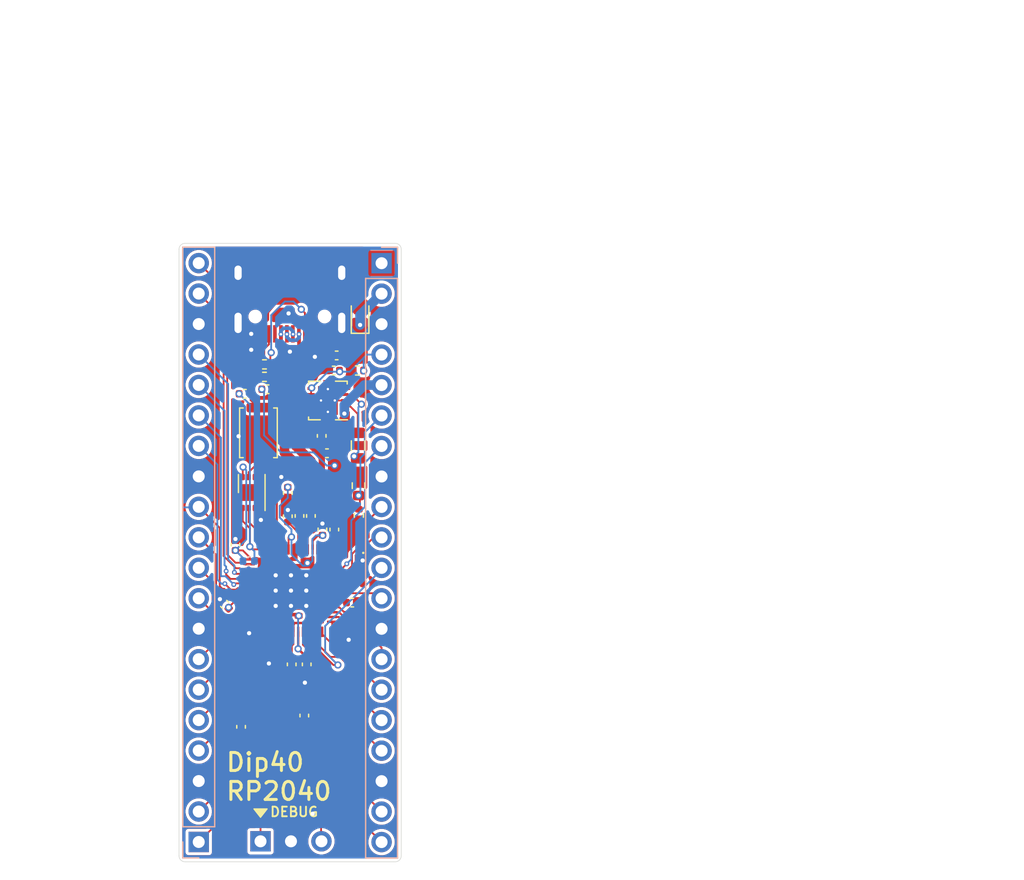
<source format=kicad_pcb>
(kicad_pcb (version 20171130) (host pcbnew "(5.1.10)-1")
  (title_block (title "RP2040 Minimal Design Example") (date 2020-07-13) (rev REV1) (company "Raspberry Pi (Trading) Ltd"))
  (layers (0 F.Cu signal) (31 B.Cu signal) (34 B.Paste user) (35 F.Paste user) (36 B.SilkS user) (37 F.SilkS user) (38 B.Mask user) (39 F.Mask user) (44 Edge.Cuts user))
  (net 0 "")
  (net 1 GND)
  (net 2 VBUS)
  (net 3 /XIN)
  (net 4 +3V3)
  (net 5 +1V1)
  (net 6 /~USB_BOOT)
  (net 7 /GPIO15)
  (net 8 /GPIO14)
  (net 9 /GPIO13)
  (net 10 /GPIO12)
  (net 11 /GPIO11)
  (net 12 /GPIO10)
  (net 13 /GPIO9)
  (net 14 /GPIO8)
  (net 15 /GPIO7)
  (net 16 /GPIO6)
  (net 17 /GPIO5)
  (net 18 /GPIO4)
  (net 19 /GPIO3)
  (net 20 /GPIO2)
  (net 21 /GPIO1)
  (net 22 /GPIO0)
  (net 23 /GPIO28_ADC2)
  (net 24 /GPIO27_ADC1)
  (net 25 /GPIO26_ADC0)
  (net 26 /GPIO25)
  (net 27 /GPIO22)
  (net 28 /GPIO21)
  (net 29 /GPIO20)
  (net 30 /GPIO19)
  (net 31 /GPIO18)
  (net 32 /GPIO17)
  (net 33 /GPIO16)
  (net 34 /RUN)
  (net 35 /SWD)
  (net 36 /SWCLK)
  (net 37 /QSPI_SS)
  (net 38 "Net-(R3-Pad2)")
  (net 39 "Net-(R4-Pad2)")
  (net 40 /QSPI_SD3)
  (net 41 /QSPI_SCLK)
  (net 42 /QSPI_SD0)
  (net 43 /QSPI_SD2)
  (net 44 /QSPI_SD1)
  (net 45 /USB_D+)
  (net 46 /USB_D-)
  (net 47 "Net-(D3-Pad2)")
  (net 48 "Net-(R6-Pad2)")
  (net 49 "Net-(R5-Pad2)")
  (net 50 3V3_EN)
  (net 51 "Net-(L1-Pad2)")
  (net 52 "Net-(L1-Pad1)")
  (net 53 /ADC_VREF)
  (module Capacitor_SMD:C_0402_1005Metric (layer F.Cu) (at 104.8001 96.441 270)
    (fp_text reference C15)
    (fp_text value "100nf 0402")
    (pad 2 smd roundrect (at 0.48 0 270) (size 0.56 0.62) (layers F.Cu F.Paste F.Mask) (net 1 GND))
    (pad 1 smd roundrect (at -0.48 0 270) (size 0.56 0.62) (layers F.Cu F.Paste F.Mask) (net 4 +3V3))
  )
  (module Resistor_SMD:R_0402_1005Metric (layer F.Cu) (at 109.3467 79.7532 270)
    (fp_text reference R10)
    (fp_text value "1ohm 0402")
    (pad 2 smd roundrect (at 0.51 0 270) (size 0.54 0.64) (layers F.Cu F.Paste F.Mask) (net 4 +3V3))
    (pad 1 smd roundrect (at -0.51 0 270) (size 0.54 0.64) (layers F.Cu F.Paste F.Mask) (net 53 /ADC_VREF))
  )
  (module Resistor_SMD:R_0603_1608Metric (layer F.Cu) (at 109.3213 77.2767 270)
    (fp_text reference R9)
    (fp_text value "100ohm 0603")
    (pad 2 smd roundrect (at 0.825 0 270) (size 0.8 0.95) (layers F.Cu F.Paste F.Mask) (net 53 /ADC_VREF))
    (pad 1 smd roundrect (at -0.825 0 270) (size 0.8 0.95) (layers F.Cu F.Paste F.Mask) (net 4 +3V3))
  )
  (module Capacitor_SMD:C_0402_1005Metric (layer B.Cu) (at 100.1646 83.5632)
    (fp_text reference R2)
    (fp_text value DNF)
    (pad 2 smd roundrect (at 0.48 0) (size 0.56 0.62) (layers B.Cu B.Paste B.Mask) (net 37 /QSPI_SS))
    (pad 1 smd roundrect (at -0.48 0) (size 0.56 0.62) (layers B.Cu B.Paste B.Mask) (net 4 +3V3))
  )
  (module LED_SMD:LED_0402_1005Metric (layer F.Cu) (at 109.715 83.9696 270)
    (fp_text reference D3)
    (fp_text value "LED 0402 YELLOW")
    (pad 2 smd roundrect (at 0.485 0 270) (size 0.59 0.64) (layers F.Cu F.Paste F.Mask) (net 47 "Net-(D3-Pad2)"))
    (pad 1 smd roundrect (at -0.485 0 270) (size 0.59 0.64) (layers F.Cu F.Paste F.Mask) (net 1 GND))
  )
  (module Resistor_SMD:R_0402_1005Metric (layer F.Cu) (at 109.2 85.425 180)
    (fp_text reference R8)
    (fp_text value "470 ohm resistor")
    (pad 2 smd roundrect (at 0.51 0 180) (size 0.54 0.64) (layers F.Cu F.Paste F.Mask) (net 26 /GPIO25))
    (pad 1 smd roundrect (at -0.51 0 180) (size 0.54 0.64) (layers F.Cu F.Paste F.Mask) (net 47 "Net-(D3-Pad2)"))
  )
  (module Capacitor_SMD:C_0402_1005Metric (layer F.Cu) (at 99.0597 82.1916 90)
    (fp_text reference C11)
    (fp_text value "100nf 0402")
    (pad 2 smd roundrect (at 0.48 0 90) (size 0.56 0.62) (layers F.Cu F.Paste F.Mask) (net 1 GND))
    (pad 1 smd roundrect (at -0.48 0 90) (size 0.56 0.62) (layers F.Cu F.Paste F.Mask) (net 4 +3V3))
  )
  (module Connector_PinHeader_2.54mm:PinHeader_1x20_P2.54mm_Vertical (layer B.Cu) (at 95.999 106.982)
    (fp_text reference J3 hide)
    (fp_text value "2.54mm header 01x20")
    (pad 20 thru_hole oval (at 0 -48.26) (size 1.7 1.7) (drill 1) (layers *.Cu *.Mask) (net 22 /GPIO0))
    (pad 19 thru_hole oval (at 0 -45.72) (size 1.7 1.7) (drill 1) (layers *.Cu *.Mask) (net 21 /GPIO1))
    (pad 18 thru_hole oval (at 0 -43.18) (size 1.7 1.7) (drill 1) (layers *.Cu *.Mask) (net 1 GND))
    (pad 17 thru_hole oval (at 0 -40.64) (size 1.7 1.7) (drill 1) (layers *.Cu *.Mask) (net 20 /GPIO2))
    (pad 16 thru_hole oval (at 0 -38.1) (size 1.7 1.7) (drill 1) (layers *.Cu *.Mask) (net 19 /GPIO3))
    (pad 15 thru_hole oval (at 0 -35.56) (size 1.7 1.7) (drill 1) (layers *.Cu *.Mask) (net 18 /GPIO4))
    (pad 14 thru_hole oval (at 0 -33.02) (size 1.7 1.7) (drill 1) (layers *.Cu *.Mask) (net 17 /GPIO5))
    (pad 13 thru_hole oval (at 0 -30.48) (size 1.7 1.7) (drill 1) (layers *.Cu *.Mask) (net 1 GND))
    (pad 12 thru_hole oval (at 0 -27.94) (size 1.7 1.7) (drill 1) (layers *.Cu *.Mask) (net 16 /GPIO6))
    (pad 11 thru_hole oval (at 0 -25.4) (size 1.7 1.7) (drill 1) (layers *.Cu *.Mask) (net 15 /GPIO7))
    (pad 10 thru_hole oval (at 0 -22.86) (size 1.7 1.7) (drill 1) (layers *.Cu *.Mask) (net 14 /GPIO8))
    (pad 9 thru_hole oval (at 0 -20.32) (size 1.7 1.7) (drill 1) (layers *.Cu *.Mask) (net 13 /GPIO9))
    (pad 8 thru_hole oval (at 0 -17.78) (size 1.7 1.7) (drill 1) (layers *.Cu *.Mask) (net 1 GND))
    (pad 7 thru_hole oval (at 0 -15.24) (size 1.7 1.7) (drill 1) (layers *.Cu *.Mask) (net 12 /GPIO10))
    (pad 6 thru_hole oval (at 0 -12.7) (size 1.7 1.7) (drill 1) (layers *.Cu *.Mask) (net 11 /GPIO11))
    (pad 5 thru_hole oval (at 0 -10.16) (size 1.7 1.7) (drill 1) (layers *.Cu *.Mask) (net 10 /GPIO12))
    (pad 4 thru_hole oval (at 0 -7.62) (size 1.7 1.7) (drill 1) (layers *.Cu *.Mask) (net 9 /GPIO13))
    (pad 3 thru_hole oval (at 0 -5.08) (size 1.7 1.7) (drill 1) (layers *.Cu *.Mask) (net 1 GND))
    (pad 2 thru_hole oval (at 0 -2.54) (size 1.7 1.7) (drill 1) (layers *.Cu *.Mask) (net 8 /GPIO14))
    (pad 1 thru_hole rect (at 0 0) (size 1.7 1.7) (drill 1) (layers *.Cu *.Mask) (net 7 /GPIO15))
  )
  (module Package_SON:SON-8-1EP_3x2mm_P0.5mm_EP1.4x1.6mm (layer F.Cu) (at 100.4186 77.8482 90)
    (fp_text reference FLASH1)
    (fp_text value W25Q16)
    (pad 9 smd rect (at 0 0 90) (size 1.4 1.6) (layers F.Cu F.Mask))
    (pad 8 smd roundrect (at 1.2875 -0.75 90) (size 0.525 0.35) (layers F.Cu F.Paste F.Mask) (net 4 +3V3))
    (pad 7 smd roundrect (at 1.2875 -0.25 90) (size 0.525 0.35) (layers F.Cu F.Paste F.Mask) (net 40 /QSPI_SD3))
    (pad 6 smd roundrect (at 1.2875 0.25 90) (size 0.525 0.35) (layers F.Cu F.Paste F.Mask) (net 41 /QSPI_SCLK))
    (pad 5 smd roundrect (at 1.2875 0.75 90) (size 0.525 0.35) (layers F.Cu F.Paste F.Mask) (net 42 /QSPI_SD0))
    (pad 4 smd roundrect (at -1.2875 0.75 90) (size 0.525 0.35) (layers F.Cu F.Paste F.Mask) (net 1 GND))
    (pad 3 smd roundrect (at -1.2875 0.25 90) (size 0.525 0.35) (layers F.Cu F.Paste F.Mask) (net 43 /QSPI_SD2))
    (pad 2 smd roundrect (at -1.2875 -0.25 90) (size 0.525 0.35) (layers F.Cu F.Paste F.Mask) (net 44 /QSPI_SD1))
    (pad 1 smd roundrect (at -1.2875 -0.75 90) (size 0.525 0.35) (layers F.Cu F.Paste F.Mask) (net 37 /QSPI_SS))
  )
  (module Connector_PinHeader_2.54mm:PinHeader_1x20_P2.54mm_Vertical (layer B.Cu) (at 111.243 58.73 180)
    (fp_text reference J4)
    (fp_text value "2.54mm header 01x20")
    (pad 20 thru_hole oval (at 0 -48.26 180) (size 1.7 1.7) (drill 1) (layers *.Cu *.Mask) (net 33 /GPIO16))
    (pad 19 thru_hole oval (at 0 -45.72 180) (size 1.7 1.7) (drill 1) (layers *.Cu *.Mask) (net 32 /GPIO17))
    (pad 18 thru_hole oval (at 0 -43.18 180) (size 1.7 1.7) (drill 1) (layers *.Cu *.Mask) (net 1 GND))
    (pad 17 thru_hole oval (at 0 -40.64 180) (size 1.7 1.7) (drill 1) (layers *.Cu *.Mask) (net 31 /GPIO18))
    (pad 16 thru_hole oval (at 0 -38.1 180) (size 1.7 1.7) (drill 1) (layers *.Cu *.Mask) (net 30 /GPIO19))
    (pad 15 thru_hole oval (at 0 -35.56 180) (size 1.7 1.7) (drill 1) (layers *.Cu *.Mask) (net 29 /GPIO20))
    (pad 14 thru_hole oval (at 0 -33.02 180) (size 1.7 1.7) (drill 1) (layers *.Cu *.Mask) (net 28 /GPIO21))
    (pad 13 thru_hole oval (at 0 -30.48 180) (size 1.7 1.7) (drill 1) (layers *.Cu *.Mask) (net 1 GND))
    (pad 12 thru_hole oval (at 0 -27.94 180) (size 1.7 1.7) (drill 1) (layers *.Cu *.Mask) (net 27 /GPIO22))
    (pad 11 thru_hole oval (at 0 -25.4 180) (size 1.7 1.7) (drill 1) (layers *.Cu *.Mask) (net 34 /RUN))
    (pad 10 thru_hole oval (at 0 -22.86 180) (size 1.7 1.7) (drill 1) (layers *.Cu *.Mask) (net 25 /GPIO26_ADC0))
    (pad 9 thru_hole oval (at 0 -20.32 180) (size 1.7 1.7) (drill 1) (layers *.Cu *.Mask) (net 24 /GPIO27_ADC1))
    (pad 8 thru_hole oval (at 0 -17.78 180) (size 1.7 1.7) (drill 1) (layers *.Cu *.Mask) (net 1 GND))
    (pad 7 thru_hole oval (at 0 -15.24 180) (size 1.7 1.7) (drill 1) (layers *.Cu *.Mask) (net 23 /GPIO28_ADC2))
    (pad 6 thru_hole oval (at 0 -12.7 180) (size 1.7 1.7) (drill 1) (layers *.Cu *.Mask) (net 53 /ADC_VREF))
    (pad 5 thru_hole oval (at 0 -10.16 180) (size 1.7 1.7) (drill 1) (layers *.Cu *.Mask) (net 4 +3V3))
    (pad 4 thru_hole oval (at 0 -7.62 180) (size 1.7 1.7) (drill 1) (layers *.Cu *.Mask) (net 50 3V3_EN))
    (pad 3 thru_hole oval (at 0 -5.08 180) (size 1.7 1.7) (drill 1) (layers *.Cu *.Mask) (net 1 GND))
    (pad 2 thru_hole oval (at 0 -2.54 180) (size 1.7 1.7) (drill 1) (layers *.Cu *.Mask) (net 2 VBUS))
    (pad 1 thru_hole rect (at 0 0 180) (size 1.7 1.7) (drill 1) (layers *.Cu *.Mask) (net 2 VBUS))
  )
  (module Button_Switch_SMD:SW_Push_SPST_NO_Alps_SKRK (layer F.Cu) (at 100.9774 72.8698 270)
    (fp_text reference J2)
    (fp_text value SKRKAEE020)
    (pad 1 smd roundrect (at -2.1 0 270) (size 0.8 2) (layers F.Cu F.Paste F.Mask) (net 6 /~USB_BOOT))
    (pad 2 smd roundrect (at 2.1 0 270) (size 0.8 2) (layers F.Cu F.Paste F.Mask) (net 1 GND))
  )
  (module Capacitor_SMD:C_0402_1005Metric (layer F.Cu) (at 101.7394 69.2376)
    (fp_text reference C5)
    (fp_text value "100nf 0402")
    (pad 2 smd roundrect (at 0.48 0) (size 0.56 0.62) (layers F.Cu F.Paste F.Mask) (net 1 GND))
    (pad 1 smd roundrect (at -0.48 0) (size 0.56 0.62) (layers F.Cu F.Paste F.Mask) (net 4 +3V3))
  )
  (module Resistor_SMD:R_0402_1005Metric (layer F.Cu) (at 109.225 67.675)
    (fp_text reference R7)
    (fp_text value 100ohm)
    (pad 2 smd roundrect (at 0.51 0) (size 0.54 0.64) (layers F.Cu F.Paste F.Mask) (net 50 3V3_EN))
    (pad 1 smd roundrect (at -0.51 0) (size 0.54 0.64) (layers F.Cu F.Paste F.Mask) (net 2 VBUS))
  )
  (module Inductor_SMD:L_0805_2012Metric (layer F.Cu) (at 109.2832 73.9366 90)
    (fp_text reference L1)
    (fp_text value "Inductor 2.2uh")
    (pad 2 smd roundrect (at 1.0625 0 90) (size 0.875 1.2) (layers F.Cu F.Paste F.Mask) (net 51 "Net-(L1-Pad2)"))
    (pad 1 smd roundrect (at -1.0625 0 90) (size 0.875 1.2) (layers F.Cu F.Paste F.Mask) (net 52 "Net-(L1-Pad1)"))
  )
  (module Capacitor_SMD:C_0402_1005Metric (layer F.Cu) (at 106.6924 74.5716 180)
    (fp_text reference C4)
    (fp_text value "10uf 0402")
    (pad 2 smd roundrect (at 0.48 0 180) (size 0.56 0.62) (layers F.Cu F.Paste F.Mask) (net 1 GND))
    (pad 1 smd roundrect (at -0.48 0 180) (size 0.56 0.62) (layers F.Cu F.Paste F.Mask) (net 4 +3V3))
  )
  (module Package_SON:Texas_DRC0010J_ThermalVias (layer F.Cu) (at 106.7666 70.175 180)
    (fp_text reference U1)
    (fp_text value TPS63002)
    (pad 11 thru_hole circle (at 0 -0.95 180) (size 0.5 0.5) (drill 0.2) (layers *.Cu) (net 1 GND))
    (pad 11 thru_hole circle (at 0.575 0 180) (size 0.5 0.5) (drill 0.2) (layers *.Cu) (net 1 GND))
    (pad 11 thru_hole circle (at -0.575 0 180) (size 0.5 0.5) (drill 0.2) (layers *.Cu) (net 1 GND))
    (pad 11 thru_hole circle (at 0 0.95 180) (size 0.5 0.5) (drill 0.2) (layers *.Cu) (net 1 GND))
    (pad 11 smd custom (at 0 0 180) (size 1.65 2.4) (layers F.Cu F.Mask) (net 1 GND) (options (clearance outline) (anchor rect)) (primitives (gr_poly (pts (xy -0.375 -1.1) (xy -0.375 -1.7) (xy -0.125 -1.7) (xy -0.125 -1.1) (xy 0.125 -1.1) (xy 0.125 -1.7) (xy 0.375 -1.7) (xy 0.375 1.7) (xy 0.125 1.7) (xy 0.125 1.1) (xy -0.125 1.1) (xy -0.125 1.7) (xy -0.375 1.7)) (width 0))))
    (pad 10 smd rect (at 1.4 -1 180) (size 0.6 0.24) (layers F.Cu F.Paste F.Mask) (net 4 +3V3))
    (pad 9 smd rect (at 1.4 -0.5 180) (size 0.6 0.24) (layers F.Cu F.Paste F.Mask) (net 1 GND))
    (pad 8 smd rect (at 1.4 0 180) (size 0.6 0.24) (layers F.Cu F.Paste F.Mask) (net 50 3V3_EN))
    (pad 7 smd rect (at 1.4 0.5 180) (size 0.6 0.24) (layers F.Cu F.Paste F.Mask) (net 50 3V3_EN))
    (pad 6 smd rect (at 1.4 1 180) (size 0.6 0.24) (layers F.Cu F.Paste F.Mask) (net 50 3V3_EN))
    (pad 5 smd rect (at -1.4 1 180) (size 0.6 0.24) (layers F.Cu F.Paste F.Mask) (net 2 VBUS))
    (pad 4 smd rect (at -1.4 0.5 180) (size 0.6 0.24) (layers F.Cu F.Paste F.Mask) (net 52 "Net-(L1-Pad1)"))
    (pad 3 smd rect (at -1.4 0 180) (size 0.6 0.24) (layers F.Cu F.Paste F.Mask) (net 1 GND))
    (pad 2 smd rect (at -1.4 -0.5 180) (size 0.6 0.24) (layers F.Cu F.Paste F.Mask) (net 51 "Net-(L1-Pad2)"))
    (pad 1 smd rect (at -1.4 -1 180) (size 0.6 0.24) (layers F.Cu F.Paste F.Mask) (net 4 +3V3))
  )
  (module Capacitor_SMD:C_0402_1005Metric (layer F.Cu) (at 107.25 67.675 180)
    (fp_text reference C12)
    (fp_text value "0.1uf 0402")
    (pad 2 smd roundrect (at 0.48 0 180) (size 0.56 0.62) (layers F.Cu F.Paste F.Mask) (net 1 GND))
    (pad 1 smd roundrect (at -0.48 0 180) (size 0.56 0.62) (layers F.Cu F.Paste F.Mask) (net 50 3V3_EN))
  )
  (module Capacitor_SMD:C_0402_1005Metric (layer F.Cu) (at 106.25 73.125 270)
    (fp_text reference C9)
    (fp_text value "10uf 0402")
    (pad 2 smd roundrect (at 0.48 0 270) (size 0.56 0.62) (layers F.Cu F.Paste F.Mask) (net 1 GND))
    (pad 1 smd roundrect (at -0.48 0 270) (size 0.56 0.62) (layers F.Cu F.Paste F.Mask) (net 4 +3V3))
  )
  (module Capacitor_SMD:C_0402_1005Metric (layer F.Cu) (at 105.35 79.8 270)
    (fp_text reference R4)
    (fp_text value " 27Ohms 0402 Resistor")
    (pad 2 smd roundrect (at 0.48 0 270) (size 0.56 0.62) (layers F.Cu F.Paste F.Mask) (net 39 "Net-(R4-Pad2)"))
    (pad 1 smd roundrect (at -0.48 0 270) (size 0.56 0.62) (layers F.Cu F.Paste F.Mask) (net 46 /USB_D-))
  )
  (module Capacitor_SMD:C_0402_1005Metric (layer F.Cu) (at 103.425 79.825 90)
    (fp_text reference C8)
    (fp_text value "100nf 0402")
    (pad 1 smd roundrect (at -0.48 0 90) (size 0.56 0.62) (layers F.Cu F.Paste F.Mask) (net 4 +3V3))
    (pad 2 smd roundrect (at 0.48 0 90) (size 0.56 0.62) (layers F.Cu F.Paste F.Mask) (net 1 GND))
  )
  (module Capacitor_SMD:C_0402_1005Metric (layer F.Cu) (at 103.425 77.895 270)
    (fp_text reference C3)
    (fp_text value "1uf 0402")
    (pad 2 smd roundrect (at 0.48 0 270) (size 0.56 0.62) (layers F.Cu F.Paste F.Mask) (net 1 GND))
    (pad 1 smd roundrect (at -0.48 0 270) (size 0.56 0.62) (layers F.Cu F.Paste F.Mask) (net 5 +1V1))
  )
  (module Capacitor_SMD:C_0402_1005Metric (layer F.Cu) (at 106.3114 80.9216 90)
    (fp_text reference C7)
    (fp_text value "100nf 0402")
    (pad 2 smd roundrect (at 0.48 0 90) (size 0.56 0.62) (layers F.Cu F.Paste F.Mask) (net 1 GND))
    (pad 1 smd roundrect (at -0.48 0 90) (size 0.56 0.62) (layers F.Cu F.Paste F.Mask) (net 5 +1V1))
  )
  (module Diode_SMD:D_0603_1608Metric (layer F.Cu) (at 109.45084 63.0908 90)
    (fp_text reference D1)
    (fp_text value "SCHOTTKY DIODE")
    (pad 2 smd roundrect (at 0.7875 0 90) (size 0.875 0.95) (layers F.Cu F.Paste F.Mask) (net 2 VBUS))
    (pad 1 smd roundrect (at -0.7875 0 90) (size 0.875 0.95) (layers F.Cu F.Paste F.Mask) (net 2 VBUS))
  )
  (module HRO-TYPE-C31-M-12:HRO-TYPE-C-31-M-12 (layer F.Cu) (at 103.6 56.925 180)
    (fp_text reference e1)
    (fp_text value TYPE-C-31-M-12)
    (pad 12 smd rect (at 3.225 -7.695 180) (size 0.6 1.45) (layers F.Cu F.Paste F.Mask) (net 1 GND))
    (pad 1 smd rect (at -3.225 -7.695 180) (size 0.6 1.45) (layers F.Cu F.Paste F.Mask) (net 1 GND))
    (pad 11 smd rect (at 2.45 -7.695 180) (size 0.6 1.45) (layers F.Cu F.Paste F.Mask) (net 2 VBUS))
    (pad 2 smd rect (at -2.45 -7.695 180) (size 0.6 1.45) (layers F.Cu F.Paste F.Mask) (net 2 VBUS))
    (pad 3 smd rect (at -1.75 -7.695 180) (size 0.3 1.45) (layers F.Cu F.Paste F.Mask))
    (pad 10 smd rect (at 1.75 -7.695 180) (size 0.3 1.45) (layers F.Cu F.Paste F.Mask) (net 48 "Net-(R6-Pad2)"))
    (pad 4 smd rect (at -1.25 -7.695 180) (size 0.3 1.45) (layers F.Cu F.Paste F.Mask) (net 49 "Net-(R5-Pad2)"))
    (pad 9 smd rect (at 1.25 -7.695 180) (size 0.3 1.45) (layers F.Cu F.Paste F.Mask))
    (pad 5 smd rect (at -0.75 -7.695 180) (size 0.3 1.45) (layers F.Cu F.Paste F.Mask) (net 46 /USB_D-))
    (pad 8 smd rect (at 0.75 -7.695 180) (size 0.3 1.45) (layers F.Cu F.Paste F.Mask) (net 45 /USB_D+))
    (pad 7 smd rect (at 0.25 -7.695 180) (size 0.3 1.45) (layers F.Cu F.Paste F.Mask) (net 46 /USB_D-))
    (pad 6 smd rect (at -0.25 -7.695 180) (size 0.3 1.45) (layers F.Cu F.Paste F.Mask) (net 45 /USB_D+))
    (pad "" np_thru_hole circle (at 2.89 -6.25 180) (size 0.65 0.65) (drill 0.65) (layers *.Cu *.Mask))
    (pad "" np_thru_hole circle (at -2.89 -6.25 180) (size 0.65 0.65) (drill 0.65) (layers *.Cu *.Mask))
    (pad 13 thru_hole oval (at -4.32 -6.78 180) (size 1 2.1) (drill oval 0.6 1.7) (layers *.Cu B.Mask) (net 1 GND))
    (pad 13 thru_hole oval (at 4.32 -6.78 180) (size 1 2.1) (drill oval 0.6 1.7) (layers *.Cu B.Mask) (net 1 GND))
    (pad 13 thru_hole oval (at -4.32 -2.6 180) (size 1 1.6) (drill oval 0.6 1.2) (layers *.Cu B.Mask) (net 1 GND))
    (pad 13 thru_hole oval (at 4.32 -2.6 180) (size 1 1.6) (drill oval 0.6 1.2) (layers *.Cu B.Mask) (net 1 GND))
  )
  (module Resistor_SMD:R_0402_1005Metric (layer F.Cu) (at 101.48 68.205)
    (fp_text reference R6)
    (fp_text value 5.1K)
    (pad 2 smd roundrect (at 0.51 0) (size 0.54 0.64) (layers F.Cu F.Paste F.Mask) (net 48 "Net-(R6-Pad2)"))
    (pad 1 smd roundrect (at -0.51 0) (size 0.54 0.64) (layers F.Cu F.Paste F.Mask) (net 1 GND))
  )
  (module Resistor_SMD:R_0402_1005Metric (layer F.Cu) (at 101.48 67.165)
    (fp_text reference R5)
    (fp_text value 5.1K)
    (pad 2 smd roundrect (at 0.51 0) (size 0.54 0.64) (layers F.Cu F.Paste F.Mask) (net 49 "Net-(R5-Pad2)"))
    (pad 1 smd roundrect (at -0.51 0) (size 0.54 0.64) (layers F.Cu F.Paste F.Mask) (net 1 GND))
  )
  (module Crystal:Crystal_SMD_SeikoEpson_TSX3225-4Pin_3.2x2.5mm (layer F.Cu) (at 102.1712 96.0092 180)
    (fp_text reference X1)
    (fp_text value "XO 32 12Mhz 3225 seiko")
    (pad 4 smd rect (at -1.1 -0.8 180) (size 1.4 1.15) (layers F.Cu F.Paste F.Mask) (net 4 +3V3))
    (pad 3 smd rect (at 1.1 -0.8 180) (size 1.4 1.15) (layers F.Cu F.Paste F.Mask) (net 3 /XIN))
    (pad 2 smd rect (at 1.1 0.8 180) (size 1.4 1.15) (layers F.Cu F.Paste F.Mask) (net 1 GND))
    (pad 1 smd rect (at -1.1 0.8 180) (size 1.4 1.15) (layers F.Cu F.Paste F.Mask))
  )
  (module Capacitor_SMD:C_0402_1005Metric (layer F.Cu) (at 98.158 87.17 135)
    (fp_text reference C17)
    (fp_text value "10uf 0402")
    (pad 2 smd roundrect (at 0.48 0 135) (size 0.56 0.62) (layers F.Cu F.Paste F.Mask) (net 1 GND))
    (pad 1 smd roundrect (at -0.48 0 135) (size 0.56 0.62) (layers F.Cu F.Paste F.Mask) (net 4 +3V3))
  )
  (module Capacitor_SMD:C_0402_1005Metric (layer F.Cu) (at 107.302 80.9343 90)
    (fp_text reference C10)
    (fp_text value "1uf 0402")
    (pad 2 smd roundrect (at 0.48 0 90) (size 0.56 0.62) (layers F.Cu F.Paste F.Mask) (net 1 GND))
    (pad 1 smd roundrect (at -0.48 0 90) (size 0.56 0.62) (layers F.Cu F.Paste F.Mask) (net 4 +3V3))
  )
  (module Capacitor_SMD:C_0402_1005Metric (layer F.Cu) (at 103.75 92.175 270)
    (fp_text reference C14)
    (fp_text value "100nf 0402")
    (pad 2 smd roundrect (at 0.48 0 270) (size 0.56 0.62) (layers F.Cu F.Paste F.Mask) (net 1 GND))
    (pad 1 smd roundrect (at -0.48 0 270) (size 0.56 0.62) (layers F.Cu F.Paste F.Mask) (net 4 +3V3))
  )
  (module Capacitor_SMD:C_0402_1005Metric (layer F.Cu) (at 108.8 87.025)
    (fp_text reference C13)
    (fp_text value "100nf 0402")
    (pad 2 smd roundrect (at 0.48 0) (size 0.56 0.62) (layers F.Cu F.Paste F.Mask) (net 1 GND))
    (pad 1 smd roundrect (at -0.48 0) (size 0.56 0.62) (layers F.Cu F.Paste F.Mask) (net 4 +3V3))
  )
  (module Capacitor_SMD:C_0402_1005Metric (layer F.Cu) (at 104.4 79.8 270)
    (fp_text reference R3)
    (fp_text value " 27Ohms  0402 Resistor")
    (pad 2 smd roundrect (at 0.48 0 270) (size 0.56 0.62) (layers F.Cu F.Paste F.Mask) (net 38 "Net-(R3-Pad2)"))
    (pad 1 smd roundrect (at -0.48 0 270) (size 0.56 0.62) (layers F.Cu F.Paste F.Mask) (net 45 /USB_D+))
  )
  (module Capacitor_SMD:C_0402_1005Metric (layer F.Cu) (at 99.8471 69.6186)
    (fp_text reference R1)
    (fp_text value "1k Resistor")
    (pad 2 smd roundrect (at 0.48 0) (size 0.56 0.62) (layers F.Cu F.Paste F.Mask) (net 6 /~USB_BOOT))
    (pad 1 smd roundrect (at -0.48 0) (size 0.56 0.62) (layers F.Cu F.Paste F.Mask) (net 37 /QSPI_SS))
  )
  (module Capacitor_SMD:C_0402_1005Metric (layer F.Cu) (at 105 92.175 270)
    (fp_text reference C6)
    (fp_text value "100nf 0402")
    (pad 2 smd roundrect (at 0.48 0 270) (size 0.56 0.62) (layers F.Cu F.Paste F.Mask) (net 1 GND))
    (pad 1 smd roundrect (at -0.48 0 270) (size 0.56 0.62) (layers F.Cu F.Paste F.Mask) (net 5 +1V1))
  )
  (module Capacitor_SMD:C_0402_1005Metric (layer F.Cu) (at 99.5296 97.3808 90)
    (fp_text reference C2)
    (fp_text value "15pf 0402")
    (pad 2 smd roundrect (at 0.48 0 90) (size 0.56 0.62) (layers F.Cu F.Paste F.Mask) (net 3 /XIN))
    (pad 1 smd roundrect (at -0.48 0 90) (size 0.56 0.62) (layers F.Cu F.Paste F.Mask) (net 1 GND))
  )
  (module Capacitor_SMD:C_0402_1005Metric (layer F.Cu) (at 107.50012 66.4182 180)
    (fp_text reference C1)
    (fp_text value "10uf 0402")
    (pad 2 smd roundrect (at 0.48 0 180) (size 0.56 0.62) (layers F.Cu F.Paste F.Mask) (net 1 GND))
    (pad 1 smd roundrect (at -0.48 0 180) (size 0.56 0.62) (layers F.Cu F.Paste F.Mask) (net 2 VBUS))
  )
  (module RP2040_minimal:RP2040-QFN-56 (layer F.Cu) (at 103.69 86.025)
    (fp_text reference U3)
    (fp_text value RP2040)
    (pad 56 smd roundrect (at -2.6 -3.4375) (size 0.2 0.875) (layers F.Cu F.Paste F.Mask) (net 37 /QSPI_SS))
    (pad 55 smd roundrect (at -2.2 -3.4375) (size 0.2 0.875) (layers F.Cu F.Paste F.Mask) (net 44 /QSPI_SD1))
    (pad 54 smd roundrect (at -1.8 -3.4375) (size 0.2 0.875) (layers F.Cu F.Paste F.Mask) (net 43 /QSPI_SD2))
    (pad 53 smd roundrect (at -1.4 -3.4375) (size 0.2 0.875) (layers F.Cu F.Paste F.Mask) (net 42 /QSPI_SD0))
    (pad 52 smd roundrect (at -1 -3.4375) (size 0.2 0.875) (layers F.Cu F.Paste F.Mask) (net 41 /QSPI_SCLK))
    (pad 51 smd roundrect (at -0.6 -3.4375) (size 0.2 0.875) (layers F.Cu F.Paste F.Mask) (net 40 /QSPI_SD3))
    (pad 50 smd roundrect (at -0.2 -3.4375) (size 0.2 0.875) (layers F.Cu F.Paste F.Mask) (net 5 +1V1))
    (pad 49 smd roundrect (at 0.2 -3.4375) (size 0.2 0.875) (layers F.Cu F.Paste F.Mask) (net 4 +3V3))
    (pad 48 smd roundrect (at 0.6 -3.4375) (size 0.2 0.875) (layers F.Cu F.Paste F.Mask) (net 4 +3V3))
    (pad 47 smd roundrect (at 1 -3.4375) (size 0.2 0.875) (layers F.Cu F.Paste F.Mask) (net 38 "Net-(R3-Pad2)"))
    (pad 46 smd roundrect (at 1.4 -3.4375) (size 0.2 0.875) (layers F.Cu F.Paste F.Mask) (net 39 "Net-(R4-Pad2)"))
    (pad 45 smd roundrect (at 1.8 -3.4375) (size 0.2 0.875) (layers F.Cu F.Paste F.Mask) (net 5 +1V1))
    (pad 44 smd roundrect (at 2.2 -3.4375) (size 0.2 0.875) (layers F.Cu F.Paste F.Mask) (net 4 +3V3))
    (pad 43 smd roundrect (at 2.6 -3.4375) (size 0.2 0.875) (layers F.Cu F.Paste F.Mask) (net 4 +3V3))
    (pad 42 smd roundrect (at 3.4375 -2.6) (size 0.875 0.2) (layers F.Cu F.Paste F.Mask) (net 4 +3V3))
    (pad 41 smd roundrect (at 3.4375 -2.2) (size 0.875 0.2) (layers F.Cu F.Paste F.Mask))
    (pad 40 smd roundrect (at 3.4375 -1.8) (size 0.875 0.2) (layers F.Cu F.Paste F.Mask) (net 23 /GPIO28_ADC2))
    (pad 39 smd roundrect (at 3.4375 -1.4) (size 0.875 0.2) (layers F.Cu F.Paste F.Mask) (net 24 /GPIO27_ADC1))
    (pad 38 smd roundrect (at 3.4375 -1) (size 0.875 0.2) (layers F.Cu F.Paste F.Mask) (net 25 /GPIO26_ADC0))
    (pad 37 smd roundrect (at 3.4375 -0.6) (size 0.875 0.2) (layers F.Cu F.Paste F.Mask) (net 26 /GPIO25))
    (pad 36 smd roundrect (at 3.4375 -0.2) (size 0.875 0.2) (layers F.Cu F.Paste F.Mask))
    (pad 35 smd roundrect (at 3.4375 0.2) (size 0.875 0.2) (layers F.Cu F.Paste F.Mask))
    (pad 34 smd roundrect (at 3.4375 0.6) (size 0.875 0.2) (layers F.Cu F.Paste F.Mask) (net 27 /GPIO22))
    (pad 33 smd roundrect (at 3.4375 1) (size 0.875 0.2) (layers F.Cu F.Paste F.Mask) (net 4 +3V3))
    (pad 32 smd roundrect (at 3.4375 1.4) (size 0.875 0.2) (layers F.Cu F.Paste F.Mask) (net 28 /GPIO21))
    (pad 31 smd roundrect (at 3.4375 1.8) (size 0.875 0.2) (layers F.Cu F.Paste F.Mask) (net 29 /GPIO20))
    (pad 30 smd roundrect (at 3.4375 2.2) (size 0.875 0.2) (layers F.Cu F.Paste F.Mask) (net 30 /GPIO19))
    (pad 29 smd roundrect (at 3.4375 2.6) (size 0.875 0.2) (layers F.Cu F.Paste F.Mask) (net 31 /GPIO18))
    (pad 28 smd roundrect (at 2.6 3.4375) (size 0.2 0.875) (layers F.Cu F.Paste F.Mask) (net 32 /GPIO17))
    (pad 27 smd roundrect (at 2.2 3.4375) (size 0.2 0.875) (layers F.Cu F.Paste F.Mask) (net 33 /GPIO16))
    (pad 26 smd roundrect (at 1.8 3.4375) (size 0.2 0.875) (layers F.Cu F.Paste F.Mask) (net 34 /RUN))
    (pad 25 smd roundrect (at 1.4 3.4375) (size 0.2 0.875) (layers F.Cu F.Paste F.Mask) (net 35 /SWD))
    (pad 24 smd roundrect (at 1 3.4375) (size 0.2 0.875) (layers F.Cu F.Paste F.Mask) (net 36 /SWCLK))
    (pad 23 smd roundrect (at 0.6 3.4375) (size 0.2 0.875) (layers F.Cu F.Paste F.Mask) (net 5 +1V1))
    (pad 22 smd roundrect (at 0.2 3.4375) (size 0.2 0.875) (layers F.Cu F.Paste F.Mask) (net 4 +3V3))
    (pad 21 smd roundrect (at -0.2 3.4375) (size 0.2 0.875) (layers F.Cu F.Paste F.Mask))
    (pad 20 smd roundrect (at -0.6 3.4375) (size 0.2 0.875) (layers F.Cu F.Paste F.Mask) (net 3 /XIN))
    (pad 19 smd roundrect (at -1 3.4375) (size 0.2 0.875) (layers F.Cu F.Paste F.Mask) (net 1 GND))
    (pad 18 smd roundrect (at -1.4 3.4375) (size 0.2 0.875) (layers F.Cu F.Paste F.Mask) (net 7 /GPIO15))
    (pad 17 smd roundrect (at -1.8 3.4375) (size 0.2 0.875) (layers F.Cu F.Paste F.Mask) (net 8 /GPIO14))
    (pad 16 smd roundrect (at -2.2 3.4375) (size 0.2 0.875) (layers F.Cu F.Paste F.Mask) (net 9 /GPIO13))
    (pad 15 smd roundrect (at -2.6 3.4375) (size 0.2 0.875) (layers F.Cu F.Paste F.Mask) (net 10 /GPIO12))
    (pad 14 smd roundrect (at -3.4375 2.6) (size 0.875 0.2) (layers F.Cu F.Paste F.Mask) (net 11 /GPIO11))
    (pad 13 smd roundrect (at -3.4375 2.2) (size 0.875 0.2) (layers F.Cu F.Paste F.Mask) (net 12 /GPIO10))
    (pad 12 smd roundrect (at -3.4375 1.8) (size 0.875 0.2) (layers F.Cu F.Paste F.Mask) (net 13 /GPIO9))
    (pad 11 smd roundrect (at -3.4375 1.4) (size 0.875 0.2) (layers F.Cu F.Paste F.Mask) (net 14 /GPIO8))
    (pad 10 smd roundrect (at -3.4375 1) (size 0.875 0.2) (layers F.Cu F.Paste F.Mask) (net 4 +3V3))
    (pad 9 smd roundrect (at -3.4375 0.6) (size 0.875 0.2) (layers F.Cu F.Paste F.Mask) (net 15 /GPIO7))
    (pad 8 smd roundrect (at -3.4375 0.2) (size 0.875 0.2) (layers F.Cu F.Paste F.Mask) (net 16 /GPIO6))
    (pad 7 smd roundrect (at -3.4375 -0.2) (size 0.875 0.2) (layers F.Cu F.Paste F.Mask) (net 17 /GPIO5))
    (pad 6 smd roundrect (at -3.4375 -0.6) (size 0.875 0.2) (layers F.Cu F.Paste F.Mask) (net 18 /GPIO4))
    (pad 5 smd roundrect (at -3.4375 -1) (size 0.875 0.2) (layers F.Cu F.Paste F.Mask) (net 19 /GPIO3))
    (pad 4 smd roundrect (at -3.4375 -1.4) (size 0.875 0.2) (layers F.Cu F.Paste F.Mask) (net 20 /GPIO2))
    (pad 3 smd roundrect (at -3.4375 -1.8) (size 0.875 0.2) (layers F.Cu F.Paste F.Mask) (net 21 /GPIO1))
    (pad 2 smd roundrect (at -3.4375 -2.2) (size 0.875 0.2) (layers F.Cu F.Paste F.Mask) (net 22 /GPIO0))
    (pad 1 smd roundrect (at -3.4375 -2.6) (size 0.875 0.2) (layers F.Cu F.Paste F.Mask) (net 4 +3V3))
    (pad 57 thru_hole circle (at 1.275 1.275) (size 0.6 0.6) (drill 0.35) (layers *.Cu) (net 1 GND))
    (pad 57 thru_hole circle (at 0 1.275) (size 0.6 0.6) (drill 0.35) (layers *.Cu) (net 1 GND))
    (pad 57 thru_hole circle (at -1.275 1.275) (size 0.6 0.6) (drill 0.35) (layers *.Cu) (net 1 GND))
    (pad 57 thru_hole circle (at 1.275 0) (size 0.6 0.6) (drill 0.35) (layers *.Cu) (net 1 GND))
    (pad 57 thru_hole circle (at 0 0) (size 0.6 0.6) (drill 0.35) (layers *.Cu) (net 1 GND))
    (pad 57 thru_hole circle (at -1.275 0) (size 0.6 0.6) (drill 0.35) (layers *.Cu) (net 1 GND))
    (pad 57 thru_hole circle (at 1.275 -1.275) (size 0.6 0.6) (drill 0.35) (layers *.Cu) (net 1 GND))
    (pad 57 thru_hole circle (at 0 -1.275) (size 0.6 0.6) (drill 0.35) (layers *.Cu) (net 1 GND))
    (pad 57 thru_hole circle (at -1.275 -1.275) (size 0.6 0.6) (drill 0.35) (layers *.Cu) (net 1 GND))
    (pad 57 smd roundrect (at 0 0) (size 3.2 3.2) (layers F.Cu F.Mask) (roundrect_rratio 0.045) (net 1 GND))
  )
  (module Connector_PinHeader_2.54mm:PinHeader_1x03_P2.54mm_Vertical (layer F.Cu) (at 101.15 106.925 90)
    (fp_text reference J5)
    (fp_text value Conn_01x03_Male)
    (pad 3 thru_hole oval (at 0 5.08 90) (size 1.7 1.7) (drill 1) (layers *.Cu *.Mask) (net 35 /SWD))
    (pad 2 thru_hole oval (at 0 2.54 90) (size 1.7 1.7) (drill 1) (layers *.Cu *.Mask) (net 1 GND))
    (pad 1 thru_hole rect (at 0 0 90) (size 1.7 1.7) (drill 1) (layers *.Cu *.Mask) (net 36 /SWCLK))
  )
  (gr_poly (pts (xy 101.15 104.925) (xy 100.6 104.225) (xy 101.7 104.225)) (layer F.SilkS) (width 0.1))
  (gr_text DEBUG (at 103.95 104.475) (layer F.SilkS) (effects (font (size 0.8 0.8) (thickness 0.153))))
  (gr_arc (start 112.382 108.133) (end 112.382 108.633) (angle -90) (layer Edge.Cuts) (width 0.05))
  (gr_arc (start 94.856 108.133) (end 94.356 108.133) (angle -90) (layer Edge.Cuts) (width 0.05))
  (gr_arc (start 94.856 57.571) (end 94.856 57.071) (angle -90) (layer Edge.Cuts) (width 0.05))
  (gr_arc (start 112.382 57.571) (end 112.882 57.571) (angle -90) (layer Edge.Cuts) (width 0.05))
  (gr_text "Dip40\nRP2040" (at 98.158 101.5464) (layer F.SilkS) (effects (font (size 1.5 1.5) (thickness 0.25)) (justify left)))
  (gr_line (start 112.882 108.133) (end 112.882 57.571) (layer Edge.Cuts) (width 0.05))
  (gr_line (start 94.856 57.071) (end 112.382 57.071) (layer Edge.Cuts) (width 0.05))
  (gr_line (start 94.356 108.133) (end 94.356 57.571) (layer Edge.Cuts) (width 0.05))
  (gr_line (start 94.856 108.633) (end 112.382 108.633) (layer Edge.Cuts) (width 0.05))
  (via (at 109.6642 83.5124) (size 0.6) (drill 0.35) (layers F.Cu B.Cu) (net 1))
  (via (at 106.3114 80.439) (size 0.6) (drill 0.35) (layers F.Cu B.Cu) (net 1))
  (via (at 97.7643 86.7382) (size 0.6) (drill 0.35) (layers F.Cu B.Cu) (net 1))
  (via (at 99.0597 81.7217) (size 0.6) (drill 0.35) (layers F.Cu B.Cu) (net 1))
  (via (at 103.43 79.305) (size 0.6) (drill 0.35) (layers F.Cu B.Cu) (net 1))
  (segment (start 104 92.699998) (end 104.500002 93.2) (width 0.15) (layer F.Cu) (net 1))
  (segment (start 105.2 92.455) (end 105.2 92.700002) (width 0.15) (layer F.Cu) (net 1))
  (segment (start 105 92.700002) (end 104.500002 93.2) (width 0.15) (layer F.Cu) (net 1))
  (via (at 108.5 90.125) (size 0.6) (drill 0.35) (layers F.Cu B.Cu) (net 1))
  (via (at 105.5 104.625) (size 0.6) (drill 0.35) (layers F.Cu B.Cu) (net 1))
  (segment (start 99.625001 59.575) (end 99.575001 59.525) (width 0.15) (layer F.Cu) (net 1))
  (segment (start 100.375 64.62) (end 100.375 64.62) (width 0.4) (layer F.Cu) (net 1))
  (via (at 100.375006 65.950006) (size 0.6) (drill 0.35) (layers F.Cu B.Cu) (net 1))
  (segment (start 102.69 90.185736) (end 101.85 91.025736) (width 0.15) (layer F.Cu) (net 1))
  (segment (start 102.69 89.4625) (end 102.69 90.185736) (width 0.15) (layer F.Cu) (net 1))
  (segment (start 101.85 91.025736) (end 101.85 92.1) (width 0.15) (layer F.Cu) (net 1))
  (via (at 101.85 92.1) (size 0.6) (drill 0.35) (layers F.Cu B.Cu) (net 1))
  (via (at 104.85 93.7) (size 0.6) (drill 0.35) (layers F.Cu B.Cu) (net 1))
  (segment (start 104.500002 93.2) (end 104.85 93.549998) (width 0.15) (layer F.Cu) (net 1))
  (segment (start 104.85 93.549998) (end 104.85 93.7) (width 0.15) (layer F.Cu) (net 1))
  (segment (start 100.375 64.62) (end 100.375 65.95) (width 0.4) (layer F.Cu) (net 1))
  (via (at 100.375 64.62) (size 0.6) (drill 0.35) (layers F.Cu B.Cu) (net 1))
  (segment (start 106.9 64.695) (end 106.825 64.62) (width 0.3) (layer F.Cu) (net 1))
  (segment (start 106.9 67.825) (end 106.9 64.695) (width 0.3) (layer F.Cu) (net 1))
  (segment (start 100.8 67.015) (end 100.715 67.015) (width 0.15) (layer F.Cu) (net 1))
  (segment (start 100.375006 66.675006) (end 100.375006 65.950006) (width 0.15) (layer F.Cu) (net 1))
  (segment (start 100.715 67.015) (end 100.375006 66.675006) (width 0.15) (layer F.Cu) (net 1))
  (via (at 105.68 66.535) (size 0.6) (drill 0.35) (layers F.Cu B.Cu) (net 1))
  (segment (start 100.99 68.185) (end 100.97 68.205) (width 0.15) (layer F.Cu) (net 1))
  (segment (start 100.99 67.185) (end 100.99 68.185) (width 0.15) (layer F.Cu) (net 1))
  (segment (start 100.97 67.165) (end 100.99 67.185) (width 0.15) (layer F.Cu) (net 1))
  (segment (start 100.865 67.165) (end 100.715 67.015) (width 0.15) (layer F.Cu) (net 1))
  (segment (start 100.97 67.165) (end 100.865 67.165) (width 0.15) (layer F.Cu) (net 1))
  (via (at 103.6 66.105) (size 0.6) (drill 0.35) (layers F.Cu B.Cu) (net 1))
  (via (at 101.1806 80.1342) (size 0.6) (drill 0.35) (layers F.Cu B.Cu) (net 1))
  (via (at 103.49 62.915) (size 0.6) (drill 0.35) (layers F.Cu B.Cu) (net 1))
  (via (at 102.8824 76.5528) (size 0.6) (drill 0.35) (layers F.Cu B.Cu) (net 1))
  (via (at 100.2 89.575) (size 0.6) (drill 0.35) (layers F.Cu B.Cu) (net 1))
  (via (at 99.32132 73.15428) (size 0.6) (drill 0.35) (layers F.Cu B.Cu) (net 1))
  (segment (start 106.77 67.675) (end 105.22081 67.675) (width 0.15) (layer F.Cu) (net 1))
  (segment (start 105.22081 67.675) (end 104.72501 68.1708) (width 0.15) (layer F.Cu) (net 1))
  (segment (start 104.72501 68.1708) (end 104.72501 73.06141) (width 0.15) (layer F.Cu) (net 1))
  (segment (start 104.72501 73.06141) (end 105.2686 73.605) (width 0.15) (layer F.Cu) (net 1))
  (segment (start 106.2666 70.675) (end 106.7666 70.175) (width 0.15) (layer F.Cu) (net 1))
  (segment (start 105.3666 70.675) (end 106.2666 70.675) (width 0.15) (layer F.Cu) (net 1))
  (segment (start 108.1666 70.175) (end 107.3416 70.175) (width 0.15) (layer F.Cu) (net 1))
  (segment (start 105.2686 73.605) (end 106.25 73.605) (width 0.15) (layer F.Cu) (net 1))
  (segment (start 106.25 74.534) (end 106.2124 74.5716) (width 0.15) (layer F.Cu) (net 1))
  (segment (start 106.25 73.605) (end 106.25 74.534) (width 0.15) (layer F.Cu) (net 1))
  (segment (start 106.2124 80.34) (end 106.3114 80.439) (width 0.15) (layer F.Cu) (net 1))
  (segment (start 106.2124 74.5716) (end 106.2124 80.34) (width 0.15) (layer F.Cu) (net 1))
  (segment (start 107.2284 80.439) (end 107.2538 80.4644) (width 0.15) (layer F.Cu) (net 1))
  (segment (start 106.3114 80.439) (end 107.2284 80.439) (width 0.15) (layer F.Cu) (net 1))
  (segment (start 104.8001 96.921) (end 104.9805 96.921) (width 0.15) (layer F.Cu) (net 1))
  (segment (start 104.9805 96.921) (end 105.4351 96.4664) (width 0.15) (layer F.Cu) (net 1))
  (segment (start 105.4351 94.2851) (end 104.85 93.7) (width 0.15) (layer F.Cu) (net 1))
  (segment (start 105.4351 96.4664) (end 105.4351 94.2851) (width 0.15) (layer F.Cu) (net 1))
  (segment (start 109.45084 63.8783) (end 109.45084 63.8783) (width 0.8) (layer F.Cu) (net 2))
  (via (at 109.45084 63.8783) (size 0.6) (drill 0.35) (layers F.Cu B.Cu) (net 2))
  (segment (start 109.45084 63.06216) (end 111.243 61.27) (width 0.8) (layer B.Cu) (net 2))
  (segment (start 109.45084 63.8783) (end 109.45084 63.06216) (width 0.8) (layer B.Cu) (net 2))
  (via (at 108.1402 71.2696) (size 0.6) (drill 0.35) (layers F.Cu B.Cu) (net 4))
  (segment (start 100.2525 87.025) (end 101.015 87.025) (width 0.2) (layer F.Cu) (net 4))
  (segment (start 107.1275 87.025) (end 105.94 87.025) (width 0.2) (layer F.Cu) (net 4))
  (segment (start 103.915 88.725) (end 105.318 88.725) (width 0.2) (layer F.Cu) (net 4))
  (segment (start 103.915 88.725) (end 102.828 88.725) (width 0.2) (layer F.Cu) (net 4))
  (segment (start 103.89 88.75) (end 103.915 88.725) (width 0.2) (layer F.Cu) (net 4))
  (segment (start 103.89 89.4625) (end 103.89 88.75) (width 0.2) (layer F.Cu) (net 4))
  (segment (start 108.32 87.025) (end 107.1275 87.025) (width 0.15) (layer F.Cu) (net 4))
  (segment (start 100.2525 83.425) (end 101.025 83.425) (width 0.15) (layer F.Cu) (net 4))
  (segment (start 103.75 91.695) (end 103.75 91.695) (width 0.15) (layer F.Cu) (net 4))
  (segment (start 103.759267 91.685733) (end 103.75 91.695) (width 0.15) (layer F.Cu) (net 4))
  (segment (start 103.759267 90.628275) (end 103.759267 91.685733) (width 0.15) (layer F.Cu) (net 4))
  (segment (start 103.89 90.497542) (end 103.759267 90.628275) (width 0.15) (layer F.Cu) (net 4))
  (segment (start 103.89 89.4625) (end 103.89 90.497542) (width 0.15) (layer F.Cu) (net 4))
  (segment (start 105.569998 74.5) (end 105.57 74.500002) (width 0.15) (layer B.Cu) (net 4))
  (segment (start 106.67375 82.97125) (end 107.04375 82.97125) (width 0.15) (layer F.Cu) (net 4))
  (segment (start 106.29 82.5875) (end 106.67375 82.97125) (width 0.15) (layer F.Cu) (net 4))
  (segment (start 106.67375 82.97125) (end 107.1275 83.425) (width 0.15) (layer F.Cu) (net 4))
  (segment (start 103.89 82.5875) (end 104.29 82.5875) (width 0.15) (layer F.Cu) (net 4))
  (segment (start 104.29 81.17) (end 103.425 80.305) (width 0.15) (layer F.Cu) (net 4))
  (segment (start 104.29 82.5875) (end 104.29 81.17) (width 0.15) (layer F.Cu) (net 4))
  (via (at 101.2568 69.2376) (size 0.6) (drill 0.35) (layers F.Cu B.Cu) (net 4))
  (segment (start 101.445 69.4258) (end 101.2568 69.2376) (width 0.15) (layer B.Cu) (net 4))
  (segment (start 101.445 73.0834) (end 101.445 69.4258) (width 0.15) (layer B.Cu) (net 4))
  (segment (start 102.8616 74.5) (end 101.445 73.0834) (width 0.15) (layer B.Cu) (net 4))
  (segment (start 105.569998 74.5) (end 102.8616 74.5) (width 0.15) (layer B.Cu) (net 4))
  (segment (start 100.4544 96.5031) (end 100.6094 96.6581) (width 0.15) (layer F.Cu) (net 3))
  (segment (start 99.6212 96.8092) (end 99.5296 96.9008) (width 0.15) (layer F.Cu) (net 3))
  (segment (start 101.0712 96.8092) (end 99.6212 96.8092) (width 0.15) (layer F.Cu) (net 3))
  (segment (start 103.09 91.435722) (end 103.09 89.4625) (width 0.15) (layer F.Cu) (net 3))
  (segment (start 102.6044 91.921322) (end 103.09 91.435722) (width 0.15) (layer F.Cu) (net 3))
  (segment (start 102.6044 92.3756) (end 102.6044 91.921322) (width 0.15) (layer F.Cu) (net 3))
  (segment (start 101.2949 93.6851) (end 102.6044 92.3756) (width 0.15) (layer F.Cu) (net 3))
  (segment (start 100.4948 93.6851) (end 101.2949 93.6851) (width 0.15) (layer F.Cu) (net 3))
  (segment (start 99.5296 94.6503) (end 100.4948 93.6851) (width 0.15) (layer F.Cu) (net 3))
  (segment (start 99.5296 96.9008) (end 99.5296 94.6503) (width 0.15) (layer F.Cu) (net 3))
  (segment (start 99.6716 82.6716) (end 99.0597 82.6716) (width 0.15) (layer F.Cu) (net 4))
  (segment (start 100.2525 83.2525) (end 99.6716 82.6716) (width 0.15) (layer F.Cu) (net 4))
  (segment (start 100.2525 83.425) (end 100.2525 83.2525) (width 0.15) (layer F.Cu) (net 4))
  (via (at 99.6947 75.7273) (size 0.6) (drill 0.35) (layers F.Cu B.Cu) (net 4))
  (segment (start 99.0597 82.6716) (end 99.0597 82.6716) (width 0.15) (layer F.Cu) (net 4))
  (via (at 99.0597 82.6716) (size 0.6) (drill 0.35) (layers F.Cu B.Cu) (net 4))
  (segment (start 98.37 87.585) (end 98.37 87.585) (width 0.15) (layer F.Cu) (net 4))
  (via (at 98.4882 87.424) (size 0.6) (drill 0.35) (layers F.Cu B.Cu) (net 4))
  (segment (start 98.8872 87.025) (end 98.4882 87.424) (width 0.15) (layer F.Cu) (net 4))
  (segment (start 100.2525 87.025) (end 98.8872 87.025) (width 0.15) (layer F.Cu) (net 4))
  (segment (start 99.96249 75.99509) (end 99.6947 75.7273) (width 0.15) (layer B.Cu) (net 4))
  (segment (start 99.96249 81.75871) (end 99.96249 75.99509) (width 0.15) (layer B.Cu) (net 4))
  (segment (start 99.0597 82.6615) (end 99.96249 81.75871) (width 0.15) (layer B.Cu) (net 4))
  (segment (start 99.0597 82.6716) (end 99.0597 82.6615) (width 0.15) (layer B.Cu) (net 4))
  (segment (start 99.6686 75.7534) (end 99.6947 75.7273) (width 0.15) (layer F.Cu) (net 4))
  (segment (start 99.6686 76.5607) (end 99.6686 75.7534) (width 0.15) (layer F.Cu) (net 4))
  (segment (start 106.25 72.645) (end 106.25 72.529) (width 0.15) (layer F.Cu) (net 4))
  (segment (start 105.3666 71.6456) (end 105.3666 71.175) (width 0.15) (layer F.Cu) (net 4))
  (segment (start 106.25 72.529) (end 105.3666 71.6456) (width 0.15) (layer F.Cu) (net 4))
  (segment (start 109.8086 68.89) (end 111.243 68.89) (width 0.8) (layer B.Cu) (net 4))
  (segment (start 108.1402 70.5584) (end 109.8086 68.89) (width 0.8) (layer B.Cu) (net 4))
  (segment (start 108.1402 71.2696) (end 108.1402 70.5584) (width 0.8) (layer B.Cu) (net 4))
  (via (at 107.325 75.6) (size 0.6) (drill 0.35) (layers F.Cu B.Cu) (net 4))
  (segment (start 106.669998 75.6) (end 107.325 75.6) (width 0.15) (layer B.Cu) (net 4))
  (segment (start 105.569998 74.5) (end 106.669998 75.6) (width 0.15) (layer B.Cu) (net 4))
  (segment (start 99.6846 83.2965) (end 99.0597 82.6716) (width 0.15) (layer B.Cu) (net 4))
  (segment (start 99.6846 83.5632) (end 99.6846 83.2965) (width 0.15) (layer B.Cu) (net 4))
  (segment (start 107.302 81.4143) (end 107.302 82.6869) (width 0.15) (layer F.Cu) (net 4))
  (segment (start 107.302 82.6869) (end 107.31505 82.69995) (width 0.15) (layer F.Cu) (net 4))
  (segment (start 107.04375 82.97125) (end 107.31505 82.69995) (width 0.15) (layer F.Cu) (net 4))
  (segment (start 103.7791 96.3013) (end 103.2712 96.8092) (width 0.15) (layer F.Cu) (net 4))
  (segment (start 104.4953 96.3013) (end 103.7791 96.3013) (width 0.15) (layer F.Cu) (net 4))
  (segment (start 104.8255 95.9711) (end 104.4953 96.3013) (width 0.15) (layer F.Cu) (net 4))
  (segment (start 104.8255 94.7519) (end 104.8255 95.9711) (width 0.15) (layer F.Cu) (net 4))
  (segment (start 103.0094 92.9358) (end 104.8255 94.7519) (width 0.15) (layer F.Cu) (net 4))
  (segment (start 103.0094 92.2246) (end 103.0094 92.9358) (width 0.15) (layer F.Cu) (net 4))
  (segment (start 103.539 91.695) (end 103.0094 92.2246) (width 0.15) (layer F.Cu) (net 4))
  (segment (start 103.75 91.695) (end 103.539 91.695) (width 0.15) (layer F.Cu) (net 4))
  (via (at 103.425 77.4) (size 0.6) (drill 0.35) (layers F.Cu B.Cu) (net 5))
  (via (at 105.065 83.725) (size 0.6) (drill 0.35) (layers F.Cu B.Cu) (net 5))
  (segment (start 104.29 88.1) (end 104.29 88.1) (width 0.15) (layer B.Cu) (net 5))
  (via (at 104.34 88.125) (size 0.6) (drill 0.35) (layers F.Cu B.Cu) (net 5))
  (segment (start 104.84 83.95) (end 105.065 83.725) (width 0.15) (layer B.Cu) (net 5))
  (segment (start 104.665 83.95) (end 104.84 83.95) (width 0.15) (layer B.Cu) (net 5))
  (segment (start 104.665 83.95) (end 105.065 83.95) (width 0.15) (layer B.Cu) (net 5))
  (segment (start 104.34 88) (end 104.284269 88.055731) (width 0.15) (layer B.Cu) (net 5))
  (via (at 104.284269 90.880277) (size 0.6) (drill 0.35) (layers F.Cu B.Cu) (net 5))
  (segment (start 104.29 89.4625) (end 104.29 90.874546) (width 0.2) (layer F.Cu) (net 5))
  (segment (start 105 91.695) (end 105 91.596008) (width 0.15) (layer F.Cu) (net 5))
  (segment (start 104.284269 90.456013) (end 104.284269 90.880277) (width 0.15) (layer B.Cu) (net 5))
  (segment (start 105 91.596008) (end 104.284269 90.880277) (width 0.2) (layer F.Cu) (net 5))
  (segment (start 104.29 90.874546) (end 104.284269 90.880277) (width 0.15) (layer F.Cu) (net 5))
  (segment (start 104.284269 88.055731) (end 104.284269 90.456013) (width 0.15) (layer B.Cu) (net 5))
  (via (at 106.3368 81.4296) (size 0.6) (drill 0.35) (layers F.Cu B.Cu) (net 5))
  (segment (start 103.49 82.5875) (end 103.49 81.615) (width 0.15) (layer F.Cu) (net 5))
  (segment (start 103.55 81.555) (end 103.73 81.555) (width 0.15) (layer F.Cu) (net 5))
  (via (at 103.73 81.555) (size 0.6) (drill 0.35) (layers F.Cu B.Cu) (net 5))
  (segment (start 103.73 83.015) (end 103.73 81.555) (width 0.15) (layer B.Cu) (net 5))
  (segment (start 104.665 83.95) (end 103.73 83.015) (width 0.15) (layer B.Cu) (net 5))
  (segment (start 103.49 81.615) (end 103.55 81.555) (width 0.15) (layer F.Cu) (net 5))
  (segment (start 103.73 80.915) (end 103.73 81.555) (width 0.15) (layer B.Cu) (net 5))
  (segment (start 102.75 79.935) (end 103.73 80.915) (width 0.15) (layer B.Cu) (net 5))
  (segment (start 102.75 78.965) (end 102.75 79.935) (width 0.15) (layer B.Cu) (net 5))
  (segment (start 103.425 78.29) (end 102.75 78.965) (width 0.15) (layer B.Cu) (net 5))
  (segment (start 103.425 77.4) (end 103.425 78.29) (width 0.15) (layer B.Cu) (net 5))
  (segment (start 105.49 81.86) (end 105.9204 81.4296) (width 0.2) (layer F.Cu) (net 5))
  (segment (start 105.9204 81.4296) (end 106.3368 81.4296) (width 0.2) (layer F.Cu) (net 5))
  (segment (start 105.49 82.5875) (end 105.49 81.86) (width 0.2) (layer F.Cu) (net 5))
  (segment (start 105.7704 81.4296) (end 106.3368 81.4296) (width 0.15) (layer B.Cu) (net 5))
  (segment (start 105.475 81.725) (end 105.7704 81.4296) (width 0.15) (layer B.Cu) (net 5))
  (segment (start 105.475 83.55) (end 105.475 81.725) (width 0.15) (layer B.Cu) (net 5))
  (segment (start 105.3 83.725) (end 105.475 83.55) (width 0.15) (layer B.Cu) (net 5))
  (segment (start 105.065 83.725) (end 105.3 83.725) (width 0.15) (layer B.Cu) (net 5))
  (segment (start 105.49 83.3) (end 105.065 83.725) (width 0.15) (layer F.Cu) (net 5))
  (segment (start 105.49 82.5875) (end 105.49 83.3) (width 0.15) (layer F.Cu) (net 5))
  (segment (start 100.3271 70.1449) (end 100.9774 70.7952) (width 0.15) (layer F.Cu) (net 6))
  (segment (start 100.3271 69.6186) (end 100.3271 70.1449) (width 0.15) (layer F.Cu) (net 6))
  (segment (start 102.29 89.4625) (end 102.29 89.93748) (width 0.15) (layer F.Cu) (net 7))
  (segment (start 95.999 106.982) (end 98.18173 104.79927) (width 0.15) (layer F.Cu) (net 7))
  (segment (start 98.18173 104.79927) (end 98.18173 94.04575) (width 0.15) (layer F.Cu) (net 7))
  (segment (start 98.18173 94.04575) (end 101.04894 91.17854) (width 0.15) (layer F.Cu) (net 7))
  (segment (start 101.04894 91.17854) (end 101.00246 91.22502) (width 0.15) (layer F.Cu) (net 7))
  (segment (start 102.29 89.93748) (end 101.04894 91.17854) (width 0.15) (layer F.Cu) (net 7))
  (segment (start 97.88172 102.55928) (end 95.999 104.442) (width 0.15) (layer F.Cu) (net 8))
  (segment (start 97.88172 93.921482) (end 97.88172 102.55928) (width 0.15) (layer F.Cu) (net 8))
  (segment (start 101.89 89.913202) (end 97.88172 93.921482) (width 0.15) (layer F.Cu) (net 8))
  (segment (start 101.89 89.4625) (end 101.89 89.913202) (width 0.15) (layer F.Cu) (net 8))
  (segment (start 101.49 89.888924) (end 101.49 89.4625) (width 0.15) (layer F.Cu) (net 9))
  (segment (start 97.58171 93.797214) (end 101.49 89.888924) (width 0.15) (layer F.Cu) (net 9))
  (segment (start 97.58171 97.77929) (end 97.58171 93.797214) (width 0.15) (layer F.Cu) (net 9))
  (segment (start 95.999 99.362) (end 97.58171 97.77929) (width 0.15) (layer F.Cu) (net 9))
  (segment (start 97.2817 95.5393) (end 95.999 96.822) (width 0.15) (layer F.Cu) (net 10))
  (segment (start 97.2817 93.6343) (end 97.2817 95.5393) (width 0.15) (layer F.Cu) (net 10))
  (segment (start 101.09 89.826) (end 97.2817 93.6343) (width 0.15) (layer F.Cu) (net 10))
  (segment (start 101.09 89.4625) (end 101.09 89.826) (width 0.15) (layer F.Cu) (net 10))
  (segment (start 95.999 94.282) (end 97.4468 92.8342) (width 0.15) (layer F.Cu) (net 11))
  (segment (start 97.4468 92.8342) (end 97.4468 90.718478) (width 0.15) (layer F.Cu) (net 11))
  (segment (start 99.8149 89.0626) (end 100.2525 88.625) (width 0.15) (layer F.Cu) (net 11))
  (segment (start 99.102678 89.0626) (end 99.8149 89.0626) (width 0.15) (layer F.Cu) (net 11))
  (segment (start 97.4468 90.718478) (end 99.102678 89.0626) (width 0.15) (layer F.Cu) (net 11))
  (segment (start 99.617139 88.225) (end 99.079549 88.76259) (width 0.15) (layer F.Cu) (net 12))
  (segment (start 100.2525 88.225) (end 99.617139 88.225) (width 0.15) (layer F.Cu) (net 12))
  (segment (start 98.97841 88.76259) (end 95.999 91.742) (width 0.15) (layer F.Cu) (net 12))
  (segment (start 99.079549 88.76259) (end 98.97841 88.76259) (width 0.15) (layer F.Cu) (net 12))
  (segment (start 97.26837 87.93137) (end 95.999 86.662) (width 0.15) (layer F.Cu) (net 13))
  (segment (start 97.51509 87.93137) (end 97.26837 87.93137) (width 0.15) (layer F.Cu) (net 13))
  (segment (start 98.0463 88.46258) (end 97.51509 87.93137) (width 0.15) (layer F.Cu) (net 13))
  (segment (start 98.955281 88.46258) (end 98.0463 88.46258) (width 0.15) (layer F.Cu) (net 13))
  (segment (start 99.592861 87.825) (end 98.955281 88.46258) (width 0.15) (layer F.Cu) (net 13))
  (segment (start 100.2525 87.825) (end 99.592861 87.825) (width 0.15) (layer F.Cu) (net 13))
  (segment (start 99.56 87.425) (end 98.82775 88.15725) (width 0.15) (layer F.Cu) (net 14))
  (segment (start 100.2525 87.425) (end 99.56 87.425) (width 0.15) (layer F.Cu) (net 14))
  (segment (start 98.82775 88.15725) (end 98.165248 88.15725) (width 0.15) (layer F.Cu) (net 14))
  (segment (start 97.149948 85.272948) (end 95.999 84.122) (width 0.15) (layer F.Cu) (net 14))
  (segment (start 97.149948 87.14195) (end 97.149948 85.272948) (width 0.15) (layer F.Cu) (net 14))
  (segment (start 98.165248 88.15725) (end 97.149948 87.14195) (width 0.15) (layer F.Cu) (net 14))
  (segment (start 97.449959 83.032959) (end 95.999 81.582) (width 0.15) (layer F.Cu) (net 15))
  (segment (start 97.846702 86.176241) (end 97.449959 85.779498) (width 0.15) (layer F.Cu) (net 15))
  (segment (start 98.45202 86.625) (end 98.003261 86.176241) (width 0.15) (layer F.Cu) (net 15))
  (segment (start 100.2525 86.625) (end 98.45202 86.625) (width 0.15) (layer F.Cu) (net 15))
  (segment (start 97.449959 85.779498) (end 97.449959 83.032959) (width 0.15) (layer F.Cu) (net 15))
  (segment (start 98.003261 86.176241) (end 97.846702 86.176241) (width 0.15) (layer F.Cu) (net 15))
  (segment (start 94.69 79.085) (end 95.71 79.085) (width 0.15) (layer B.Cu) (net 16))
  (segment (start 97.74997 85.65523) (end 97.74997 80.79297) (width 0.15) (layer F.Cu) (net 16))
  (segment (start 100.2525 86.225) (end 100.205995 86.271505) (width 0.15) (layer F.Cu) (net 16))
  (segment (start 97.97097 85.87623) (end 97.74997 85.65523) (width 0.15) (layer F.Cu) (net 16))
  (segment (start 97.74997 80.79297) (end 96.848999 79.891999) (width 0.15) (layer F.Cu) (net 16))
  (segment (start 98.127528 85.87623) (end 97.97097 85.87623) (width 0.15) (layer F.Cu) (net 16))
  (segment (start 98.522803 86.271505) (end 98.127528 85.87623) (width 0.15) (layer F.Cu) (net 16))
  (segment (start 100.205995 86.271505) (end 98.522803 86.271505) (width 0.15) (layer F.Cu) (net 16))
  (segment (start 96.848999 79.891999) (end 95.999 79.042) (width 0.15) (layer F.Cu) (net 16))
  (segment (start 97.55007 75.51307) (end 97.55007 85.109168) (width 0.15) (layer B.Cu) (net 17))
  (segment (start 97.89213 85.451228) (end 98.174972 85.451228) (width 0.15) (layer B.Cu) (net 17))
  (segment (start 98.667753 85.944009) (end 98.174972 85.451228) (width 0.15) (layer F.Cu) (net 17))
  (segment (start 100.2525 85.825) (end 99.24301 85.825) (width 0.15) (layer F.Cu) (net 17))
  (segment (start 99.24301 85.825) (end 99.124001 85.944009) (width 0.15) (layer F.Cu) (net 17))
  (segment (start 99.124001 85.944009) (end 98.667753 85.944009) (width 0.15) (layer F.Cu) (net 17))
  (via (at 98.174972 85.451228) (size 0.4) (drill 0.2) (layers F.Cu B.Cu) (net 17))
  (segment (start 97.55007 85.109168) (end 97.89213 85.451228) (width 0.15) (layer B.Cu) (net 17))
  (segment (start 95.999 73.962) (end 97.55007 75.51307) (width 0.15) (layer B.Cu) (net 17))
  (via (at 98.92 85.519008) (size 0.4) (drill 0.2) (layers F.Cu B.Cu) (net 18))
  (segment (start 97.85008 84.80468) (end 97.871801 84.826401) (width 0.15) (layer B.Cu) (net 18))
  (segment (start 98.227393 84.826401) (end 98.92 85.519008) (width 0.15) (layer B.Cu) (net 18))
  (segment (start 99.014008 85.425) (end 98.92 85.519008) (width 0.15) (layer F.Cu) (net 18))
  (segment (start 100.2525 85.425) (end 99.014008 85.425) (width 0.15) (layer F.Cu) (net 18))
  (segment (start 97.871801 84.826401) (end 98.227393 84.826401) (width 0.15) (layer B.Cu) (net 18))
  (segment (start 95.999 71.422) (end 97.85008 73.27308) (width 0.15) (layer B.Cu) (net 18))
  (segment (start 97.85008 73.27308) (end 97.85008 84.80468) (width 0.15) (layer B.Cu) (net 18))
  (segment (start 98.15009 71.03309) (end 98.15009 83.890003) (width 0.15) (layer B.Cu) (net 19))
  (via (at 98.285 84.4014) (size 0.4) (drill 0.2) (layers F.Cu B.Cu) (net 19))
  (segment (start 95.999 68.882) (end 98.15009 71.03309) (width 0.15) (layer B.Cu) (net 19))
  (segment (start 98.285 84.024913) (end 98.15009 83.890003) (width 0.15) (layer B.Cu) (net 19))
  (segment (start 98.285 84.4014) (end 98.285 84.024913) (width 0.15) (layer B.Cu) (net 19))
  (segment (start 98.285 84.684242) (end 98.285 84.4014) (width 0.15) (layer F.Cu) (net 19))
  (segment (start 98.65077 85.050012) (end 98.285 84.684242) (width 0.15) (layer F.Cu) (net 19))
  (segment (start 100.227488 85.050012) (end 98.65077 85.050012) (width 0.15) (layer F.Cu) (net 19))
  (segment (start 100.2525 85.025) (end 100.227488 85.050012) (width 0.15) (layer F.Cu) (net 19))
  (segment (start 99.662868 84.625) (end 99.652322 84.614454) (width 0.15) (layer F.Cu) (net 20))
  (segment (start 98.4501 68.7931) (end 98.4501 83.412232) (width 0.15) (layer B.Cu) (net 20))
  (segment (start 100.2525 84.625) (end 99.662868 84.625) (width 0.15) (layer F.Cu) (net 20))
  (via (at 98.9708 84.503) (size 0.4) (drill 0.2) (layers F.Cu B.Cu) (net 20))
  (segment (start 95.999 66.342) (end 98.4501 68.7931) (width 0.15) (layer B.Cu) (net 20))
  (segment (start 99.0928 84.625) (end 98.9708 84.503) (width 0.15) (layer F.Cu) (net 20))
  (segment (start 99.662868 84.625) (end 99.0928 84.625) (width 0.15) (layer F.Cu) (net 20))
  (segment (start 98.9708 83.932932) (end 98.4501 83.412232) (width 0.15) (layer B.Cu) (net 20))
  (segment (start 98.9708 84.503) (end 98.9708 83.932932) (width 0.15) (layer B.Cu) (net 20))
  (segment (start 99.4802 84.225) (end 100.2525 84.225) (width 0.15) (layer F.Cu) (net 21))
  (segment (start 99.098281 84.158278) (end 99.413478 84.158278) (width 0.15) (layer F.Cu) (net 21))
  (segment (start 98.073889 83.133886) (end 99.098281 84.158278) (width 0.15) (layer F.Cu) (net 21))
  (segment (start 98.073889 63.336889) (end 98.073889 83.133886) (width 0.15) (layer F.Cu) (net 21))
  (segment (start 99.413478 84.158278) (end 99.4802 84.225) (width 0.15) (layer F.Cu) (net 21))
  (segment (start 95.999 61.262) (end 98.073889 63.336889) (width 0.15) (layer F.Cu) (net 21))
  (segment (start 99.757011 83.825) (end 99.632455 83.700444) (width 0.15) (layer F.Cu) (net 22))
  (segment (start 99.064726 83.700444) (end 98.3739 83.009618) (width 0.15) (layer F.Cu) (net 22))
  (segment (start 98.3739 83.009618) (end 98.3739 61.0969) (width 0.15) (layer F.Cu) (net 22))
  (segment (start 98.3739 61.0969) (end 95.999 58.722) (width 0.15) (layer F.Cu) (net 22))
  (segment (start 99.632455 83.700444) (end 99.064726 83.700444) (width 0.15) (layer F.Cu) (net 22))
  (segment (start 100.2525 83.825) (end 99.757011 83.825) (width 0.15) (layer F.Cu) (net 22))
  (segment (start 107.909177 84.225) (end 108.341779 83.792398) (width 0.15) (layer F.Cu) (net 23))
  (via (at 108.341779 83.792398) (size 0.4) (drill 0.2) (layers F.Cu B.Cu) (net 23))
  (segment (start 107.1275 84.225) (end 107.909177 84.225) (width 0.15) (layer F.Cu) (net 23))
  (segment (start 110.0385 75.1745) (end 111.243 73.97) (width 0.15) (layer B.Cu) (net 23))
  (segment (start 109.8547 75.3583) (end 110.0385 75.1745) (width 0.15) (layer B.Cu) (net 23))
  (segment (start 109.8547 79.042) (end 109.8547 75.3583) (width 0.15) (layer B.Cu) (net 23))
  (segment (start 108.719611 80.177089) (end 109.8547 79.042) (width 0.15) (layer B.Cu) (net 23))
  (segment (start 108.719611 83.414566) (end 108.719611 80.177089) (width 0.15) (layer B.Cu) (net 23))
  (segment (start 108.341779 83.792398) (end 108.719611 83.414566) (width 0.15) (layer B.Cu) (net 23))
  (segment (start 110.1722 81.069798) (end 110.1722 80.1208) (width 0.15) (layer F.Cu) (net 24))
  (segment (start 110.167999 81.073999) (end 110.1722 81.069798) (width 0.15) (layer F.Cu) (net 24))
  (segment (start 110.1722 80.1208) (end 111.243 79.05) (width 0.15) (layer F.Cu) (net 24))
  (segment (start 110.167999 81.581023) (end 110.167999 81.073999) (width 0.15) (layer F.Cu) (net 24))
  (segment (start 108.779991 82.969031) (end 110.167999 81.581023) (width 0.15) (layer F.Cu) (net 24))
  (segment (start 108.779989 83.964811) (end 108.779991 82.969031) (width 0.15) (layer F.Cu) (net 24))
  (segment (start 108.1198 84.625) (end 108.779989 83.964811) (width 0.15) (layer F.Cu) (net 24))
  (segment (start 107.1275 84.625) (end 108.1198 84.625) (width 0.15) (layer F.Cu) (net 24))
  (segment (start 110.5833 81.59) (end 111.243 81.59) (width 0.15) (layer F.Cu) (net 25))
  (segment (start 109.08 83.0933) (end 110.5833 81.59) (width 0.15) (layer F.Cu) (net 25))
  (segment (start 109.08 84.092839) (end 109.08 83.0933) (width 0.15) (layer F.Cu) (net 25))
  (segment (start 108.147839 85.025) (end 109.08 84.092839) (width 0.15) (layer F.Cu) (net 25))
  (segment (start 107.1275 85.025) (end 108.147839 85.025) (width 0.15) (layer F.Cu) (net 25))
  (segment (start 107.1275 85.425) (end 108.69 85.425) (width 0.15) (layer F.Cu) (net 26))
  (segment (start 107.565 86.625) (end 107.9471 86.2429) (width 0.15) (layer F.Cu) (net 27))
  (segment (start 107.1275 86.625) (end 107.565 86.625) (width 0.15) (layer F.Cu) (net 27))
  (segment (start 110.8159 86.2429) (end 111.243 86.67) (width 0.15) (layer F.Cu) (net 27))
  (segment (start 107.9471 86.2429) (end 110.8159 86.2429) (width 0.15) (layer F.Cu) (net 27))
  (segment (start 108.262941 87.800741) (end 111.243 90.7808) (width 0.15) (layer F.Cu) (net 28))
  (segment (start 108.102703 87.800741) (end 108.262941 87.800741) (width 0.15) (layer F.Cu) (net 28))
  (segment (start 107.726962 87.425) (end 108.102703 87.800741) (width 0.15) (layer F.Cu) (net 28))
  (segment (start 111.243 90.7808) (end 111.243 91.75) (width 0.15) (layer F.Cu) (net 28))
  (segment (start 107.1275 87.425) (end 107.726962 87.425) (width 0.15) (layer F.Cu) (net 28))
  (segment (start 109.9182 92.9652) (end 111.243 94.29) (width 0.15) (layer F.Cu) (net 29))
  (segment (start 109.9182 89.880278) (end 109.9182 92.9652) (width 0.15) (layer F.Cu) (net 29))
  (segment (start 108.138672 88.10075) (end 109.9182 89.880278) (width 0.15) (layer F.Cu) (net 29))
  (segment (start 107.978434 88.10075) (end 108.138672 88.10075) (width 0.15) (layer F.Cu) (net 29))
  (segment (start 107.702684 87.825) (end 107.978434 88.10075) (width 0.15) (layer F.Cu) (net 29))
  (segment (start 107.1275 87.825) (end 107.702684 87.825) (width 0.15) (layer F.Cu) (net 29))
  (segment (start 107.678426 88.22502) (end 107.678406 88.225) (width 0.15) (layer F.Cu) (net 30))
  (segment (start 107.678406 88.225) (end 107.1275 88.225) (width 0.15) (layer F.Cu) (net 30))
  (segment (start 109.286803 89.833397) (end 107.678406 88.225) (width 0.15) (layer F.Cu) (net 30))
  (segment (start 109.61819 90.164784) (end 109.286803 89.833397) (width 0.15) (layer F.Cu) (net 30))
  (segment (start 109.61819 95.20519) (end 109.61819 90.164784) (width 0.15) (layer F.Cu) (net 30))
  (segment (start 111.243 96.83) (end 109.61819 95.20519) (width 0.15) (layer F.Cu) (net 30))
  (segment (start 109.31818 97.44518) (end 111.243 99.37) (width 0.15) (layer F.Cu) (net 31))
  (segment (start 109.31818 92.25958) (end 109.31818 97.44518) (width 0.15) (layer F.Cu) (net 31))
  (segment (start 107.1275 90.0689) (end 109.31818 92.25958) (width 0.15) (layer F.Cu) (net 31))
  (segment (start 107.1275 88.625) (end 107.1275 90.0689) (width 0.15) (layer F.Cu) (net 31))
  (segment (start 111.243 104.45) (end 109.01817 102.22517) (width 0.15) (layer F.Cu) (net 32))
  (segment (start 109.01817 102.22517) (end 109.01817 92.383848) (width 0.15) (layer F.Cu) (net 32))
  (segment (start 106.29 89.655678) (end 106.29 89.4625) (width 0.15) (layer F.Cu) (net 32))
  (segment (start 109.01817 92.383848) (end 106.29 89.655678) (width 0.15) (layer F.Cu) (net 32))
  (segment (start 105.89 90.466444) (end 105.89 89.4625) (width 0.15) (layer F.Cu) (net 33))
  (segment (start 106.97565 91.552094) (end 105.89 90.466444) (width 0.15) (layer F.Cu) (net 33))
  (segment (start 106.97565 91.552094) (end 107.762138 91.552094) (width 0.15) (layer F.Cu) (net 33))
  (segment (start 107.762138 91.552094) (end 108.71816 92.508116) (width 0.15) (layer F.Cu) (net 33))
  (segment (start 108.71816 104.46516) (end 111.243 106.99) (width 0.15) (layer F.Cu) (net 33))
  (segment (start 108.71816 92.508116) (end 108.71816 104.46516) (width 0.15) (layer F.Cu) (net 33))
  (segment (start 105.49 89.4625) (end 105.49 90.490722) (width 0.15) (layer F.Cu) (net 34))
  (segment (start 105.49 90.490722) (end 105.812139 90.812861) (width 0.15) (layer F.Cu) (net 34))
  (segment (start 105.812139 90.812861) (end 106.112139 91.112861) (width 0.15) (layer F.Cu) (net 34))
  (segment (start 106.112139 91.112861) (end 107.224278 92.225) (width 0.15) (layer F.Cu) (net 34))
  (segment (start 107.224278 92.225) (end 107.6 92.225) (width 0.15) (layer F.Cu) (net 34))
  (segment (start 107.6 92.225) (end 107.7 92.225) (width 0.15) (layer F.Cu) (net 34))
  (via (at 107.6 92.225) (size 0.6) (drill 0.35) (layers F.Cu B.Cu) (net 34))
  (segment (start 107.6 92.225) (end 106.54 91.165) (width 0.15) (layer B.Cu) (net 34))
  (segment (start 106.54 91.165) (end 106.54 88.9734) (width 0.15) (layer B.Cu) (net 34))
  (segment (start 111.243 84.2704) (end 111.243 84.13) (width 0.15) (layer B.Cu) (net 34))
  (segment (start 106.54 88.9734) (end 111.243 84.2704) (width 0.15) (layer B.Cu) (net 34))
  (segment (start 106.2 91.625) (end 106.2 91.725) (width 0.15) (layer F.Cu) (net 35))
  (segment (start 105.09 90.515) (end 106.2 91.625) (width 0.15) (layer F.Cu) (net 35))
  (segment (start 105.09 89.4625) (end 105.09 90.515) (width 0.15) (layer F.Cu) (net 35))
  (segment (start 106.2 106.895) (end 106.23 106.925) (width 0.15) (layer F.Cu) (net 35))
  (segment (start 106.2 91.625) (end 106.2 106.895) (width 0.15) (layer F.Cu) (net 35))
  (segment (start 104.69 90.539279) (end 104.69 89.4625) (width 0.15) (layer F.Cu) (net 36))
  (segment (start 105.9 91.749279) (end 104.69 90.539279) (width 0.15) (layer F.Cu) (net 36))
  (segment (start 105.9 103.125) (end 105.9 91.749279) (width 0.15) (layer F.Cu) (net 36))
  (segment (start 103.9 105.125) (end 105.9 103.125) (width 0.15) (layer F.Cu) (net 36))
  (segment (start 101.6 105.125) (end 103.9 105.125) (width 0.15) (layer F.Cu) (net 36))
  (segment (start 101.15 105.575) (end 101.6 105.125) (width 0.15) (layer F.Cu) (net 36))
  (segment (start 101.15 106.925) (end 101.15 105.575) (width 0.15) (layer F.Cu) (net 36))
  (segment (start 101.09 82.5875) (end 100.4875 82.5875) (width 0.15) (layer F.Cu) (net 37))
  (segment (start 100.4875 82.5875) (end 100.2625 82.3625) (width 0.15) (layer F.Cu) (net 37))
  (via (at 100.2625 82.3625) (size 0.6) (drill 0.35) (layers F.Cu B.Cu) (net 37))
  (segment (start 100.2625 82.3625) (end 100.2375 82.3625) (width 0.15) (layer F.Cu) (net 37))
  (via (at 99.3671 69.618642) (size 0.6) (drill 0.35) (layers F.Cu B.Cu) (net 37))
  (segment (start 100.2625 82.3625) (end 100.2625 70.514042) (width 0.15) (layer B.Cu) (net 37))
  (segment (start 100.2625 70.514042) (end 99.3671 69.618642) (width 0.15) (layer B.Cu) (net 37))
  (segment (start 100.2625 82.3625) (end 100.2625 80.829) (width 0.15) (layer F.Cu) (net 37))
  (segment (start 100.2625 80.829) (end 99.6686 80.2351) (width 0.15) (layer F.Cu) (net 37))
  (segment (start 99.6686 80.2351) (end 99.6686 79.1357) (width 0.15) (layer F.Cu) (net 37))
  (segment (start 100.6446 82.7446) (end 100.2625 82.3625) (width 0.15) (layer B.Cu) (net 37))
  (segment (start 100.6446 83.5632) (end 100.6446 82.7446) (width 0.15) (layer B.Cu) (net 37))
  (segment (start 104.69 80.57) (end 104.4 80.28) (width 0.15) (layer F.Cu) (net 38))
  (segment (start 104.69 82.5875) (end 104.69 80.57) (width 0.15) (layer F.Cu) (net 38))
  (segment (start 105.09 80.54) (end 105.35 80.28) (width 0.15) (layer F.Cu) (net 39))
  (segment (start 105.09 82.5875) (end 105.09 80.54) (width 0.15) (layer F.Cu) (net 39))
  (segment (start 103.09 81.271244) (end 103.09 82.5875) (width 0.15) (layer F.Cu) (net 40))
  (segment (start 102.517218 80.698462) (end 103.09 81.271244) (width 0.15) (layer F.Cu) (net 40))
  (segment (start 102.517218 77.060764) (end 102.517218 80.698462) (width 0.15) (layer F.Cu) (net 40))
  (segment (start 102.01401 76.047532) (end 102.01401 76.557554) (width 0.15) (layer F.Cu) (net 40))
  (segment (start 101.584269 75.617791) (end 102.01401 76.047532) (width 0.15) (layer F.Cu) (net 40))
  (segment (start 100.700732 75.61779) (end 101.584269 75.617791) (width 0.15) (layer F.Cu) (net 40))
  (segment (start 102.01401 76.557554) (end 102.517218 77.060764) (width 0.15) (layer F.Cu) (net 40))
  (segment (start 100.1686 76.149922) (end 100.700732 75.61779) (width 0.15) (layer F.Cu) (net 40))
  (segment (start 100.1686 76.5607) (end 100.1686 76.149922) (width 0.15) (layer F.Cu) (net 40))
  (segment (start 100.6686 76.0742) (end 100.6686 76.5607) (width 0.15) (layer F.Cu) (net 41))
  (segment (start 100.825 75.9178) (end 100.6686 76.0742) (width 0.15) (layer F.Cu) (net 41))
  (segment (start 101.46 75.9178) (end 100.825 75.9178) (width 0.15) (layer F.Cu) (net 41))
  (segment (start 101.714 76.1718) (end 101.46 75.9178) (width 0.15) (layer F.Cu) (net 41))
  (segment (start 102.21721 80.822732) (end 102.217209 77.185031) (width 0.15) (layer F.Cu) (net 41))
  (segment (start 101.714 76.681822) (end 101.714 76.1718) (width 0.15) (layer F.Cu) (net 41))
  (segment (start 102.69 81.295522) (end 102.21721 80.822732) (width 0.15) (layer F.Cu) (net 41))
  (segment (start 102.217209 77.185031) (end 101.714 76.681822) (width 0.15) (layer F.Cu) (net 41))
  (segment (start 102.69 82.5875) (end 102.69 81.295522) (width 0.15) (layer F.Cu) (net 41))
  (segment (start 102.29 82.5875) (end 102.29 81.3198) (width 0.15) (layer F.Cu) (net 42))
  (segment (start 102.29 81.3198) (end 101.9172 80.947) (width 0.15) (layer F.Cu) (net 42))
  (segment (start 101.9172 77.3093) (end 101.1686 76.5607) (width 0.15) (layer F.Cu) (net 42))
  (segment (start 101.9172 80.947) (end 101.9172 77.3093) (width 0.15) (layer F.Cu) (net 42))
  (segment (start 100.6686 79.1357) (end 100.655599 79.148701) (width 0.15) (layer F.Cu) (net 43))
  (segment (start 100.655599 79.148701) (end 100.655599 80.373543) (width 0.15) (layer F.Cu) (net 43))
  (segment (start 100.655599 80.373543) (end 101.89 81.607944) (width 0.15) (layer F.Cu) (net 43))
  (segment (start 101.89 81.607944) (end 101.89 82.5875) (width 0.15) (layer F.Cu) (net 43))
  (segment (start 101.49 81.632222) (end 100.1686 80.310822) (width 0.15) (layer F.Cu) (net 44))
  (segment (start 101.49 82.5875) (end 101.49 81.632222) (width 0.15) (layer F.Cu) (net 44))
  (segment (start 100.1686 80.310822) (end 100.1686 79.1357) (width 0.15) (layer F.Cu) (net 44))
  (via (at 102.85 64.65) (size 0.4) (drill 0.2) (layers F.Cu B.Cu) (net 45))
  (segment (start 103.15 67.325) (end 103.15 67.05) (width 0.8) (layer F.Cu) (net 45))
  (via (at 103.86 64.65) (size 0.4) (drill 0.2) (layers F.Cu B.Cu) (net 45))
  (segment (start 103.86 64.41) (end 103.86 64.65) (width 0.3) (layer B.Cu) (net 45))
  (segment (start 103.599999 64.149999) (end 103.86 64.41) (width 0.3) (layer B.Cu) (net 45))
  (segment (start 103.067159 64.149999) (end 103.599999 64.149999) (width 0.3) (layer B.Cu) (net 45))
  (segment (start 102.85 64.367158) (end 103.067159 64.149999) (width 0.3) (layer B.Cu) (net 45))
  (segment (start 102.85 64.65) (end 102.85 64.367158) (width 0.3) (layer B.Cu) (net 45))
  (segment (start 102.849999 67.024999) (end 102.849999 64.62) (width 0.3) (layer F.Cu) (net 45))
  (segment (start 103.15 67.325) (end 102.849999 67.024999) (width 0.3) (layer F.Cu) (net 45))
  (segment (start 103.15 74.525) (end 103.15 67.325) (width 0.8) (layer F.Cu) (net 45))
  (segment (start 104.4 75.775) (end 103.15 74.525) (width 0.8) (layer F.Cu) (net 45))
  (segment (start 104.4 79.32) (end 104.4 75.775) (width 0.8) (layer F.Cu) (net 45))
  (via (at 103.35 64.65) (size 0.4) (drill 0.2) (layers F.Cu B.Cu) (net 46))
  (via (at 104.36 64.65) (size 0.4) (drill 0.2) (layers F.Cu B.Cu) (net 46))
  (segment (start 104.1 67.325) (end 104.1 67.05) (width 0.8) (layer F.Cu) (net 46))
  (segment (start 103.35 64.880002) (end 103.35 64.65) (width 0.3) (layer B.Cu) (net 46))
  (segment (start 103.619999 65.150001) (end 103.35 64.880002) (width 0.3) (layer B.Cu) (net 46))
  (segment (start 104.142841 65.150001) (end 103.619999 65.150001) (width 0.3) (layer B.Cu) (net 46))
  (segment (start 104.36 64.932842) (end 104.142841 65.150001) (width 0.3) (layer B.Cu) (net 46))
  (segment (start 104.36 64.65) (end 104.36 64.932842) (width 0.3) (layer B.Cu) (net 46))
  (segment (start 104.360001 67.064999) (end 104.360001 64.62) (width 0.3) (layer F.Cu) (net 46))
  (segment (start 104.1 67.325) (end 104.360001 67.064999) (width 0.3) (layer F.Cu) (net 46))
  (segment (start 104.1 73.975) (end 104.1 67.325) (width 0.8) (layer F.Cu) (net 46))
  (segment (start 105.35 75.225) (end 104.1 73.975) (width 0.8) (layer F.Cu) (net 46))
  (segment (start 105.35 79.32) (end 105.35 75.225) (width 0.8) (layer F.Cu) (net 46))
  (segment (start 109.71 84.4596) (end 109.715 84.4546) (width 0.15) (layer F.Cu) (net 47))
  (segment (start 109.71 85.425) (end 109.71 84.4596) (width 0.15) (layer F.Cu) (net 47))
  (segment (start 101.845 64.625) (end 101.85 64.62) (width 0.15) (layer F.Cu) (net 48))
  (segment (start 101.45999 67.67499) (end 101.99 68.205) (width 0.15) (layer F.Cu) (net 48))
  (segment (start 101.45999 67.504142) (end 101.45999 67.67499) (width 0.15) (layer F.Cu) (net 48))
  (segment (start 101.46501 67.499122) (end 101.45999 67.504142) (width 0.15) (layer F.Cu) (net 48))
  (segment (start 101.46501 66.830878) (end 101.46501 67.499122) (width 0.15) (layer F.Cu) (net 48))
  (segment (start 101.45999 66.825858) (end 101.46501 66.830878) (width 0.15) (layer F.Cu) (net 48))
  (segment (start 101.45999 65.88501) (end 101.45999 66.825858) (width 0.15) (layer F.Cu) (net 48))
  (segment (start 101.85 65.495) (end 101.45999 65.88501) (width 0.15) (layer F.Cu) (net 48))
  (segment (start 101.85 64.62) (end 101.85 65.495) (width 0.15) (layer F.Cu) (net 48))
  (segment (start 104.85 64.62) (end 104.85 62.875) (width 0.15) (layer F.Cu) (net 49))
  (segment (start 104.85 62.875) (end 104.55 62.575) (width 0.15) (layer F.Cu) (net 49))
  (segment (start 104.55 62.575) (end 104.55 62.575) (width 0.15) (layer F.Cu) (net 49))
  (via (at 104.55 62.575) (size 0.6) (drill 0.35) (layers F.Cu B.Cu) (net 49))
  (via (at 102.04 66.185) (size 0.6) (drill 0.35) (layers F.Cu B.Cu) (net 49))
  (segment (start 104.55 62.575) (end 103.9 61.925) (width 0.15) (layer B.Cu) (net 49))
  (segment (start 103.9 61.925) (end 103.175 61.925) (width 0.15) (layer B.Cu) (net 49))
  (segment (start 102.04 63.06) (end 102.04 66.185) (width 0.15) (layer B.Cu) (net 49))
  (segment (start 103.175 61.925) (end 102.04 63.06) (width 0.15) (layer B.Cu) (net 49))
  (segment (start 101.97 66.255) (end 102.04 66.185) (width 0.15) (layer F.Cu) (net 49))
  (segment (start 101.97 67.145) (end 101.97 66.255) (width 0.15) (layer F.Cu) (net 49))
  (segment (start 101.99 67.165) (end 101.97 67.145) (width 0.15) (layer F.Cu) (net 49))
  (via (at 107.75 67.775) (size 0.6) (drill 0.35) (layers F.Cu B.Cu) (net 50))
  (segment (start 109.75 66.614946) (end 109.807473 66.557473) (width 0.15) (layer B.Cu) (net 50))
  (segment (start 109.75 67.775) (end 109.75 67.704) (width 0.15) (layer B.Cu) (net 50))
  (segment (start 109.75 67.704) (end 109.75 66.614946) (width 0.15) (layer B.Cu) (net 50))
  (via (at 109.75 67.704) (size 0.6) (drill 0.35) (layers F.Cu B.Cu) (net 50))
  (segment (start 105.3666 70.175) (end 105.3666 69.175) (width 0.15) (layer F.Cu) (net 50))
  (segment (start 106.7716 67.775) (end 105.4165 69.1301) (width 0.15) (layer B.Cu) (net 50))
  (segment (start 108.589946 67.775) (end 106.7716 67.775) (width 0.15) (layer B.Cu) (net 50))
  (segment (start 109.807473 66.557473) (end 108.589946 67.775) (width 0.15) (layer B.Cu) (net 50))
  (segment (start 110.014946 66.35) (end 109.807473 66.557473) (width 0.15) (layer B.Cu) (net 50))
  (segment (start 111.243 66.35) (end 110.014946 66.35) (width 0.15) (layer B.Cu) (net 50))
  (segment (start 105.4165 69.1301) (end 105.3716 69.175) (width 0.15) (layer B.Cu) (net 50))
  (via (at 105.4165 69.1301) (size 0.6) (drill 0.35) (layers F.Cu B.Cu) (net 50))
  (segment (start 109.2578 71.295) (end 109.2578 72.6709) (width 0.15) (layer F.Cu) (net 51))
  (segment (start 108.6378 70.675) (end 109.2578 71.295) (width 0.15) (layer F.Cu) (net 51))
  (segment (start 108.1666 70.675) (end 108.6378 70.675) (width 0.15) (layer F.Cu) (net 51))
  (via (at 108.953 74.8256) (size 0.6) (drill 0.35) (layers F.Cu B.Cu) (net 52))
  (segment (start 108.7554 69.675) (end 109.5626 70.4822) (width 0.15) (layer F.Cu) (net 52))
  (segment (start 108.1666 69.675) (end 108.7554 69.675) (width 0.15) (layer F.Cu) (net 52))
  (segment (start 109.5626 70.4822) (end 109.5626 70.4822) (width 0.15) (layer F.Cu) (net 52))
  (via (at 109.5626 70.4822) (size 0.6) (drill 0.35) (layers F.Cu B.Cu) (net 52))
  (segment (start 109.3086 70.7362) (end 109.5626 70.4822) (width 0.15) (layer B.Cu) (net 52))
  (segment (start 109.3086 74.47) (end 109.3086 70.7362) (width 0.15) (layer B.Cu) (net 52))
  (segment (start 108.953 74.8256) (end 109.3086 74.47) (width 0.15) (layer B.Cu) (net 52))
  (segment (start 109.2192 78.2038) (end 109.3213 78.1017) (width 0.15) (layer F.Cu) (net 53))
  (segment (start 109.3213 78.1017) (end 109.3213 78.1017) (width 0.15) (layer F.Cu) (net 53))
  (via (at 109.3213 78.1017) (size 0.6) (drill 0.35) (layers F.Cu B.Cu) (net 53))
  (segment (start 109.478001 77.944999) (end 109.478001 74.973699) (width 0.15) (layer B.Cu) (net 53))
  (segment (start 109.3213 78.1017) (end 109.478001 77.944999) (width 0.15) (layer B.Cu) (net 53))
  (segment (start 109.478001 74.973699) (end 109.842 74.6097) (width 0.15) (layer B.Cu) (net 53))
  (segment (start 109.842 72.831) (end 111.243 71.43) (width 0.15) (layer B.Cu) (net 53))
  (segment (start 109.842 74.6097) (end 109.842 72.831) (width 0.15) (layer B.Cu) (net 53))
  (segment (start 109.4376 78.218) (end 109.3213 78.1017) (width 0.15) (layer F.Cu) (net 53))
  (segment (start 109.4376 79.3214) (end 109.4376 78.218) (width 0.15) (layer F.Cu) (net 53))
  (zone (net 5) (net_name +1V1) (layer F.Cu) (priority 5) (connect_pads yes (clearance 0.25)) (min_thickness 0.25) (fill yes (arc_segments 32) (thermal_gap 0.508) (thermal_bridge_width 0.508))
    (polygon (pts (xy 105.64 84.275) (xy 101.94 84.275) (xy 101.94 87.775) (xy 104.665 87.775) (xy 104.665 88.45) (xy 103.99 88.45) (xy 103.99 88.175) (xy 101.49 88.175) (xy 101.49 83.8) (xy 104.49 83.8) (xy 104.49 83.175) (xy 105.34 83.175) (xy 105.34 82.1) (xy 105.64 82.1)))
  )
  (zone (net 2) (net_name VBUS) (layer F.Cu) (priority 2) (connect_pads yes (clearance 0.25)) (min_thickness 0.254) (fill yes (arc_segments 32) (thermal_gap 0.508) (thermal_bridge_width 0.508))
    (polygon (pts (xy 110.0833 65.1736) (xy 110.0833 67.122796) (xy 109.15 67.125) (xy 109.1658 68.2724) (xy 108.6482 68.8312) (xy 108.6482 69.4154) (xy 107.7084 69.4154) (xy 107.7084 68.8312) (xy 108.25 68.2724) (xy 108.25 67.2) (xy 107.55 67.2) (xy 107.55 64.92004) (xy 108.8133 64.919817) (xy 108.8133 63.2813) (xy 110.0833 63.2813)))
  )
  (zone (net 4) (net_name +3V3) (layer F.Cu) (priority 3) (connect_pads yes (clearance 0.25)) (min_thickness 0.25) (fill yes (arc_segments 32) (thermal_gap 0.508) (thermal_bridge_width 0.508))
    (polygon (pts (xy 108.5974 72.2348) (xy 110.0706 72.2348) (xy 110.0325 81.5185) (xy 108.4958 82.9155) (xy 108.4958 83.5759) (xy 106.54 83.5759) (xy 106.54 88.95) (xy 104.04 88.95) (xy 104.04 89.975) (xy 103.74 89.975) (xy 103.74 88.95) (xy 100.74 88.95) (xy 100.74 83.625) (xy 99.74 83.625) (xy 99.74 83.225) (xy 103.69 83.225) (xy 103.69 82.075) (xy 104.49 82.075) (xy 104.49 83.8) (xy 101.49 83.8) (xy 101.49 88.175) (xy 103.99 88.175) (xy 103.99 88.45) (xy 104.665 88.45) (xy 104.665 87.775) (xy 105.44 87.775) (xy 105.44 84.275) (xy 105.64 84.275) (xy 105.64 81.875) (xy 107.13 81.875) (xy 107.76 81.275) (xy 107.7599 79.9564) (xy 106.7693 79.9564) (xy 106.77 73.025) (xy 105.84 73.025) (xy 105.8288 72.3618) (xy 105.3208 71.8792) (xy 104.9144 71.5236) (xy 104.9144 70.9107) (xy 105.8034 70.9142) (xy 105.8034 71.4982) (xy 105.8034 71.7014) (xy 106.235199 72.082871) (xy 107.7338 72.0852) (xy 107.7338 70.9112) (xy 108.5974 70.9114)))
  )
  (zone (net 1) (net_name GND) (layer B.Cu) (connect_pads yes (clearance 0.25)) (min_thickness 0.254) (fill yes (arc_segments 32) (thermal_gap 0.508) (thermal_bridge_width 0.508))
    (polygon (pts (xy 113.0932 108.8108) (xy 94.1702 108.8108) (xy 94.1702 56.8932) (xy 113.0932 56.8932)))
  )
  (zone (net 1) (net_name GND) (layer F.Cu) (connect_pads yes (clearance 0.25)) (min_thickness 0.254) (fill yes (arc_segments 32) (thermal_gap 0.508) (thermal_bridge_width 0.508))
    (polygon (pts (xy 113.0932 108.8108) (xy 94.1702 108.8108) (xy 94.1702 56.8932) (xy 113.0932 56.8932)))
  )
  (zone (net 2) (net_name VBUS) (layer F.Cu) (priority 1) (connect_pads yes (clearance 0.25)) (min_thickness 0.254) (fill yes (arc_segments 32) (thermal_gap 0.508) (thermal_bridge_width 0.508))
    (polygon (pts (xy 112.3439 59.8142) (xy 110.2611 59.8142) (xy 109.8547 60.2333) (xy 109.8547 61.6684) (xy 110.0833 61.8335) (xy 110.0833 62.9892) (xy 108.97205 62.9892) (xy 108.4069 62.1891) (xy 105.9812 62.1891) (xy 105.9812 63.3194) (xy 106.3622 63.7004) (xy 106.3622 65.3514) (xy 105.7399 65.3514) (xy 105.7399 63.8401) (xy 105.27 63.3321) (xy 105.27 62.1891) (xy 102.4379 62.1891) (xy 101.870894 62.8622) (xy 101.8664 63.4845) (xy 101.46 63.8655) (xy 101.46 65.3514) (xy 100.8377 65.3514) (xy 100.8377 63.802) (xy 101.1425 63.4972) (xy 101.1425 62.1891) (xy 102.5014 60.627) (xy 108.6736 60.627) (xy 108.6736 58.8109) (xy 109.9944 57.6679) (xy 112.3566 57.6679)))
  )
)
</source>
